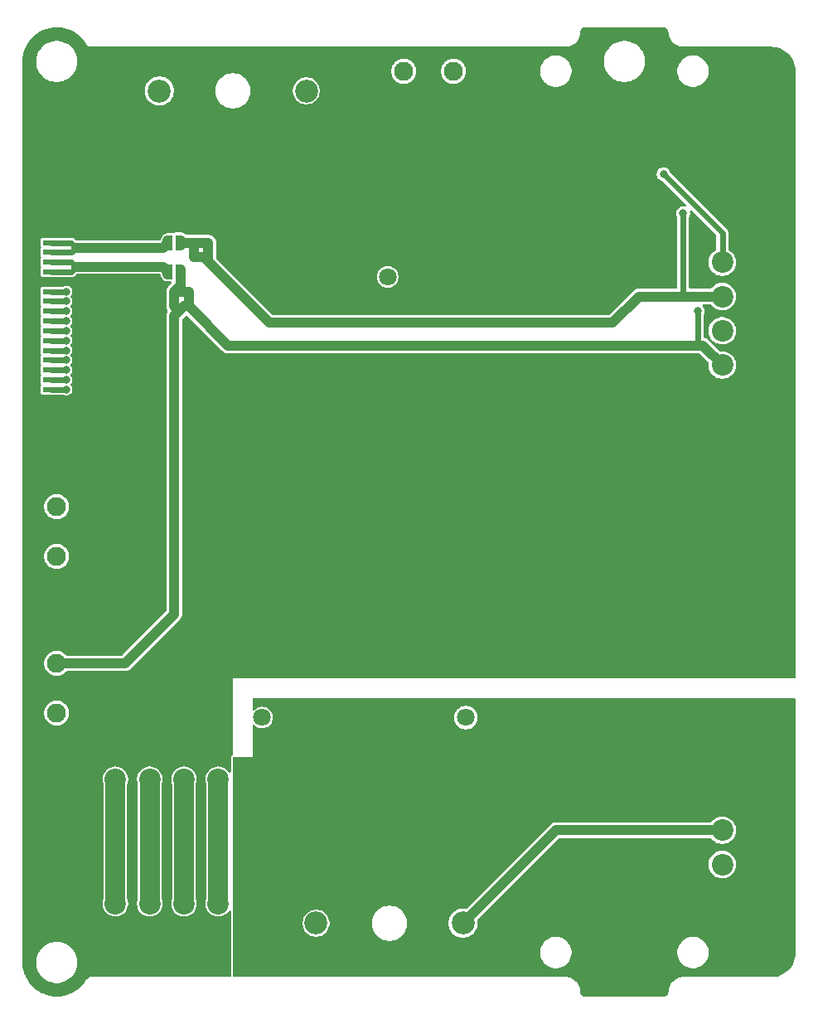
<source format=gbr>
%TF.GenerationSoftware,KiCad,Pcbnew,9.0.6*%
%TF.CreationDate,2025-11-22T20:55:52+03:00*%
%TF.ProjectId,PMPS-20W,504d5053-2d32-4305-972e-6b696361645f,rev?*%
%TF.SameCoordinates,Original*%
%TF.FileFunction,Copper,L2,Bot*%
%TF.FilePolarity,Positive*%
%FSLAX46Y46*%
G04 Gerber Fmt 4.6, Leading zero omitted, Abs format (unit mm)*
G04 Created by KiCad (PCBNEW 9.0.6) date 2025-11-22 20:55:52*
%MOMM*%
%LPD*%
G01*
G04 APERTURE LIST*
G04 Aperture macros list*
%AMFreePoly0*
4,1,23,0.500000,-0.750000,0.000000,-0.750000,0.000000,-0.745722,-0.065263,-0.745722,-0.191342,-0.711940,-0.304381,-0.646677,-0.396677,-0.554381,-0.461940,-0.441342,-0.495722,-0.315263,-0.495722,-0.250000,-0.500000,-0.250000,-0.500000,0.250000,-0.495722,0.250000,-0.495722,0.315263,-0.461940,0.441342,-0.396677,0.554381,-0.304381,0.646677,-0.191342,0.711940,-0.065263,0.745722,0.000000,0.745722,
0.000000,0.750000,0.500000,0.750000,0.500000,-0.750000,0.500000,-0.750000,$1*%
%AMFreePoly1*
4,1,23,0.000000,0.745722,0.065263,0.745722,0.191342,0.711940,0.304381,0.646677,0.396677,0.554381,0.461940,0.441342,0.495722,0.315263,0.495722,0.250000,0.500000,0.250000,0.500000,-0.250000,0.495722,-0.250000,0.495722,-0.315263,0.461940,-0.441342,0.396677,-0.554381,0.304381,-0.646677,0.191342,-0.711940,0.065263,-0.745722,0.000000,-0.745722,0.000000,-0.750000,-0.500000,-0.750000,
-0.500000,0.750000,0.000000,0.750000,0.000000,0.745722,0.000000,0.745722,$1*%
G04 Aperture macros list end*
%TA.AperFunction,ComponentPad*%
%ADD10C,1.950000*%
%TD*%
%TA.AperFunction,ComponentPad*%
%ADD11C,1.803400*%
%TD*%
%TA.AperFunction,ComponentPad*%
%ADD12C,2.200000*%
%TD*%
%TA.AperFunction,ComponentPad*%
%ADD13C,2.350000*%
%TD*%
%TA.AperFunction,ComponentPad*%
%ADD14O,6.350000X6.350000*%
%TD*%
%TA.AperFunction,SMDPad,CuDef*%
%ADD15FreePoly0,180.000000*%
%TD*%
%TA.AperFunction,SMDPad,CuDef*%
%ADD16FreePoly1,180.000000*%
%TD*%
%TA.AperFunction,SMDPad,CuDef*%
%ADD17R,1.800000X0.600000*%
%TD*%
%TA.AperFunction,SMDPad,CuDef*%
%ADD18R,3.000000X2.600000*%
%TD*%
%TA.AperFunction,ViaPad*%
%ADD19C,1.000000*%
%TD*%
%TA.AperFunction,ViaPad*%
%ADD20C,0.800000*%
%TD*%
%TA.AperFunction,Conductor*%
%ADD21C,1.000000*%
%TD*%
%TA.AperFunction,Conductor*%
%ADD22C,0.600000*%
%TD*%
%TA.AperFunction,Conductor*%
%ADD23C,2.000000*%
%TD*%
G04 APERTURE END LIST*
D10*
%TO.P,J3,1,VIN*%
%TO.N,+24V*%
X-36000000Y-20540000D03*
%TO.P,J3,2,GND*%
%TO.N,GND_MCU*%
X-36000000Y-18000000D03*
%TO.P,J3,3,+VO*%
%TO.N,+3V3*%
X-36000000Y-15460000D03*
%TD*%
D11*
%TO.P,U1,1,V-*%
%TO.N,GND_MCU*%
X5799999Y24000012D03*
%TO.P,U1,2,V+*%
%TO.N,Net-(U1-V+)*%
X-2200000Y24000012D03*
%TO.P,U1,3,AC/L*%
%TO.N,Net-(U1-AC{slash}L)*%
X-15000000Y-21000000D03*
%TO.P,U1,4,AC/N*%
%TO.N,N*%
X5799999Y-21000000D03*
%TD*%
D12*
%TO.P,J12,1,Pin_1*%
%TO.N,+24V_EB*%
X-30000000Y-40000000D03*
%TO.P,J12,2,Pin_2*%
%TO.N,GND_EB*%
X-26500000Y-40000000D03*
%TO.P,J12,3,Pin_3*%
%TO.N,/CANL_EB*%
X-23000000Y-40000000D03*
%TO.P,J12,4,Pin_4*%
%TO.N,/CANH_EB*%
X-19500000Y-40000000D03*
%TO.P,J12,5,Pin_5*%
%TO.N,PE*%
X-16000000Y-40000000D03*
%TO.P,J12,6,Pin_6*%
%TO.N,+24V_EB*%
X-30000000Y-27300000D03*
%TO.P,J12,7,Pin_7*%
%TO.N,GND_EB*%
X-26500000Y-27300000D03*
%TO.P,J12,8,Pin_8*%
%TO.N,/CANL_EB*%
X-23000000Y-27300000D03*
%TO.P,J12,9,Pin_9*%
%TO.N,/CANH_EB*%
X-19500000Y-27300000D03*
%TO.P,J12,10,Pin_10*%
%TO.N,PE*%
X-16000000Y-27250000D03*
%TD*%
%TO.P,J10,1,Pin_1*%
%TO.N,PE*%
X32000000Y-39500000D03*
%TO.P,J10,2,Pin_2*%
%TO.N,N*%
X32000000Y-36000000D03*
%TO.P,J10,3,Pin_3*%
%TO.N,230V*%
X32000000Y-32500000D03*
%TD*%
D13*
%TO.P,U4,1,1*%
%TO.N,230V*%
X5500000Y-42000000D03*
%TO.P,U4,2,2*%
%TO.N,Net-(U1-AC{slash}L)*%
X-9500000Y-42000000D03*
%TD*%
D10*
%TO.P,J2,1,VIN*%
%TO.N,+24V*%
X-540000Y45000000D03*
%TO.P,J2,2,GND*%
%TO.N,GND_MCU*%
X2000000Y45000000D03*
%TO.P,J2,3,+VO*%
%TO.N,+5V(2)*%
X4540000Y45000000D03*
%TD*%
D13*
%TO.P,U2,1,1*%
%TO.N,Net-(U1-V+)*%
X-10500000Y43000000D03*
%TO.P,U2,2,2*%
%TO.N,+24V*%
X-25500000Y43000000D03*
%TD*%
D14*
%TO.P,PE1,1*%
%TO.N,PE*%
X22000000Y-46000000D03*
%TD*%
D10*
%TO.P,J4,1,VIN*%
%TO.N,+24V*%
X-36000000Y-4540000D03*
%TO.P,J4,2,GND*%
%TO.N,GND_MCU*%
X-36000000Y-2000000D03*
%TO.P,J4,3,+VO*%
%TO.N,+5V*%
X-36000000Y540000D03*
%TD*%
D12*
%TO.P,J6,1,Pin_1*%
%TO.N,GND_MCU*%
X32000000Y11500000D03*
%TO.P,J6,2,Pin_2*%
%TO.N,+3V3*%
X32000000Y15000000D03*
%TO.P,J6,3,Pin_3*%
%TO.N,+5V(2)*%
X32000000Y18500000D03*
%TO.P,J6,4,Pin_4*%
%TO.N,+5V*%
X32000000Y22000000D03*
%TO.P,J6,5,Pin_5*%
%TO.N,+24V*%
X32000000Y25500000D03*
%TD*%
D15*
%TO.P,JP2,1,A*%
%TO.N,+5V*%
X-23350000Y27500000D03*
D16*
%TO.P,JP2,2,B*%
%TO.N,+5V-IB-back*%
X-24650000Y27500000D03*
%TD*%
D17*
%TO.P,JM2,1,Pin_1*%
%TO.N,GND_MCU*%
X-36546000Y29500000D03*
%TO.P,JM2,2,Pin_2*%
X-36546000Y28500000D03*
%TO.P,JM2,3,Pin_3*%
%TO.N,+5V-IB-back*%
X-36546000Y27500000D03*
%TO.P,JM2,4,Pin_4*%
X-36546000Y26500000D03*
%TO.P,JM2,5,Pin_5*%
%TO.N,+3V3-IB-back*%
X-36546000Y25500000D03*
%TO.P,JM2,6,Pin_6*%
X-36546000Y24500000D03*
%TO.P,JM2,7,Pin_7*%
%TO.N,GND_MCU*%
X-36546000Y23500000D03*
%TO.P,JM2,8,Pin_8*%
%TO.N,/MOSI_IB*%
X-36546000Y22500000D03*
%TO.P,JM2,9,Pin_9*%
%TO.N,/MISO_IB*%
X-36546000Y21500000D03*
%TO.P,JM2,10,Pin_10*%
%TO.N,/SCK_IB*%
X-36546000Y20500000D03*
%TO.P,JM2,11,Pin_11*%
%TO.N,/CS0_IB*%
X-36546000Y19500000D03*
%TO.P,JM2,12,Pin_11*%
%TO.N,/CS1_IB*%
X-36546000Y18500000D03*
%TO.P,JM2,13,Pin_11*%
%TO.N,/CS2_IB*%
X-36546000Y17500000D03*
%TO.P,JM2,14,Pin_11*%
%TO.N,/CS3_IB*%
X-36546000Y16500000D03*
%TO.P,JM2,15,Pin_11*%
%TO.N,/RST_IB*%
X-36546000Y15500000D03*
%TO.P,JM2,16,Pin_11*%
%TO.N,Net-(JM1-Pin_5)*%
X-36546000Y14500000D03*
%TO.P,JM2,17,Pin_11*%
%TO.N,/SDA_IB*%
X-36546000Y13500000D03*
%TO.P,JM2,18,Pin_11*%
%TO.N,/SCL_IB*%
X-36546000Y12500000D03*
%TO.P,JM2,19,Pin_11*%
%TO.N,GND_MCU*%
X-36546000Y11500000D03*
%TO.P,JM2,20,Pin_11*%
X-36546000Y10500000D03*
D18*
%TO.P,JM2,MP1,Pin_11*%
X-34375000Y31850000D03*
%TO.P,JM2,MP2,Pin_11*%
X-34375000Y8150000D03*
%TD*%
D15*
%TO.P,JP4,1,A*%
%TO.N,+3V3*%
X-23350000Y24500000D03*
D16*
%TO.P,JP4,2,B*%
%TO.N,+3V3-IB-back*%
X-24650000Y24500000D03*
%TD*%
D19*
%TO.N,+5V*%
X-22000000Y26000000D03*
X-22000000Y27500000D03*
D20*
X28000000Y30500000D03*
D19*
X-20500000Y26000000D03*
X-20500000Y27500000D03*
D20*
%TO.N,+24V*%
X26000000Y34499996D03*
D19*
%TO.N,+3V3*%
X-24000000Y22500000D03*
X-22500000Y22500000D03*
X-22500000Y21000000D03*
X-24000000Y21000000D03*
D20*
X29500000Y20500000D03*
%TO.N,/CS0_IB*%
X-35000000Y19500000D03*
%TO.N,/MOSI_IB*%
X-35000000Y22500000D03*
%TO.N,/SCK_IB*%
X-35000000Y20500000D03*
%TO.N,/CS1_IB*%
X-35000000Y18500000D03*
%TO.N,/MISO_IB*%
X-35000000Y21500000D03*
%TO.N,/CS3_IB*%
X-35000000Y16500000D03*
%TO.N,/CS2_IB*%
X-35000000Y17500000D03*
%TO.N,Net-(JM1-Pin_5)*%
X-35000000Y14500000D03*
%TO.N,/RST_IB*%
X-35000000Y15500000D03*
%TO.N,/SCL_IB*%
X-35000000Y12500000D03*
%TO.N,/SDA_IB*%
X-35000000Y13500000D03*
%TD*%
D21*
%TO.N,+5V*%
X31500000Y22000000D02*
X23500000Y22000000D01*
X23500000Y22000000D02*
X20801000Y19301000D01*
X-22000000Y27500000D02*
X-22000000Y26000000D01*
X20801000Y19301000D02*
X-14301000Y19301000D01*
X-20500000Y27500000D02*
X-23344000Y27500000D01*
D22*
X28000000Y22000000D02*
X28000000Y30500000D01*
D21*
X-14301000Y19301000D02*
X-21000000Y26000000D01*
X-22000000Y26000000D02*
X-21000000Y26000000D01*
X-21000000Y26000000D02*
X-20500000Y26000000D01*
X-20500000Y26000000D02*
X-20500000Y27500000D01*
%TO.N,230V*%
X15000000Y-32500000D02*
X32000000Y-32500000D01*
X5500000Y-42000000D02*
X15000000Y-32500000D01*
D22*
%TO.N,+24V*%
X26000000Y34499996D02*
X32000000Y28499996D01*
X32000000Y28499996D02*
X32000000Y25500000D01*
D21*
%TO.N,+3V3*%
X-23000000Y21000000D02*
X-23500000Y20500000D01*
X-24000000Y22500000D02*
X-24000000Y21000000D01*
X-24000000Y22500000D02*
X-23344000Y23156000D01*
X-22500000Y21000000D02*
X-23000000Y21000000D01*
X-23500000Y20500000D02*
X-24000000Y21000000D01*
X29500000Y17000000D02*
X-18500000Y17000000D01*
X-18500000Y17000000D02*
X-22500000Y21000000D01*
X-22500000Y22500000D02*
X-22500000Y21000000D01*
X-29000000Y-15460000D02*
X-24000000Y-10460000D01*
X-24000000Y-10460000D02*
X-24000000Y20000000D01*
X32000000Y15000000D02*
X30000000Y17000000D01*
X-23344000Y23156000D02*
X-23344000Y24500000D01*
D22*
X29500000Y20500000D02*
X29500000Y17000000D01*
D21*
X-24000000Y20000000D02*
X-23500000Y20500000D01*
X-36000000Y-15460000D02*
X-29000000Y-15460000D01*
X30000000Y17000000D02*
X29500000Y17000000D01*
X-24000000Y22500000D02*
X-22500000Y22500000D01*
D23*
%TO.N,GND_EB*%
X-26500000Y-27300000D02*
X-26500000Y-39500000D01*
%TO.N,/CANH_EB*%
X-19500000Y-27300000D02*
X-19500000Y-39500000D01*
%TO.N,+24V_EB*%
X-30000000Y-27300000D02*
X-30000000Y-39500000D01*
%TO.N,/CANL_EB*%
X-23000000Y-27300000D02*
X-23000000Y-39500000D01*
D22*
%TO.N,/CS0_IB*%
X-35000000Y19500000D02*
X-36546000Y19500000D01*
%TO.N,/MOSI_IB*%
X-35000000Y22500000D02*
X-36546000Y22500000D01*
%TO.N,/SCK_IB*%
X-35000000Y20500000D02*
X-36546000Y20500000D01*
%TO.N,/CS1_IB*%
X-35000000Y18500000D02*
X-36546000Y18500000D01*
%TO.N,/MISO_IB*%
X-35000000Y21500000D02*
X-36546000Y21500000D01*
%TO.N,/CS3_IB*%
X-35000000Y16500000D02*
X-36546000Y16500000D01*
%TO.N,/CS2_IB*%
X-35000000Y17500000D02*
X-36546000Y17500000D01*
%TO.N,Net-(JM1-Pin_5)*%
X-35000000Y14500000D02*
X-36546000Y14500000D01*
%TO.N,/RST_IB*%
X-35000000Y15500000D02*
X-36546000Y15500000D01*
%TO.N,+5V-IB-back*%
X-36546000Y27500000D02*
X-34500000Y27500000D01*
X-34500000Y26500000D02*
X-34000000Y27000000D01*
X-34500000Y27500000D02*
X-34000000Y27000000D01*
D21*
X-24756000Y27394000D02*
X-24756000Y27500000D01*
X-34000000Y27000000D02*
X-25150000Y27000000D01*
D22*
X-36546000Y26500000D02*
X-34500000Y26500000D01*
D21*
X-25150000Y27000000D02*
X-24756000Y27394000D01*
%TO.N,+3V3-IB-back*%
X-34000000Y25000000D02*
X-25150000Y25000000D01*
X-24756000Y24606000D02*
X-24756000Y24500000D01*
D22*
X-36546000Y25500000D02*
X-34500000Y25500000D01*
X-36546000Y24500000D02*
X-34500000Y24500000D01*
D21*
X-25150000Y25000000D02*
X-24756000Y24606000D01*
D22*
X-34500000Y24500000D02*
X-34000000Y25000000D01*
X-34500000Y25500000D02*
X-34000000Y25000000D01*
%TO.N,/SCL_IB*%
X-35000000Y12500000D02*
X-36546000Y12500000D01*
%TO.N,/SDA_IB*%
X-35000000Y13500000D02*
X-36546000Y13500000D01*
%TD*%
%TA.AperFunction,Conductor*%
%TO.N,PE*%
G36*
X39442539Y-19019685D02*
G01*
X39488294Y-19072489D01*
X39499500Y-19124000D01*
X39499500Y-44996249D01*
X39499274Y-45003736D01*
X39481728Y-45293794D01*
X39479923Y-45308659D01*
X39428219Y-45590798D01*
X39424635Y-45605336D01*
X39339306Y-45879167D01*
X39333997Y-45893168D01*
X39216275Y-46154736D01*
X39209316Y-46167995D01*
X39060928Y-46413459D01*
X39052422Y-46425782D01*
X38875526Y-46651573D01*
X38865596Y-46662781D01*
X38662781Y-46865596D01*
X38651573Y-46875526D01*
X38425782Y-47052422D01*
X38413459Y-47060928D01*
X38167995Y-47209316D01*
X38154736Y-47216275D01*
X37893168Y-47333997D01*
X37879167Y-47339306D01*
X37605336Y-47424635D01*
X37590798Y-47428219D01*
X37308659Y-47479923D01*
X37293794Y-47481728D01*
X37003736Y-47499274D01*
X36996249Y-47499500D01*
X27892682Y-47499500D01*
X27680235Y-47530044D01*
X27680225Y-47530047D01*
X27474284Y-47590517D01*
X27279061Y-47679672D01*
X27279048Y-47679679D01*
X27098485Y-47795720D01*
X26936275Y-47936275D01*
X26795720Y-48098485D01*
X26679679Y-48279048D01*
X26679672Y-48279061D01*
X26590517Y-48474284D01*
X26530047Y-48680225D01*
X26530044Y-48680235D01*
X26499500Y-48892682D01*
X26499500Y-48993038D01*
X26498720Y-49006922D01*
X26498720Y-49006923D01*
X26488540Y-49097264D01*
X26482362Y-49124333D01*
X26454648Y-49203537D01*
X26442600Y-49228555D01*
X26397957Y-49299604D01*
X26380644Y-49321313D01*
X26321313Y-49380644D01*
X26299604Y-49397957D01*
X26228555Y-49442600D01*
X26203537Y-49454648D01*
X26124333Y-49482362D01*
X26097264Y-49488540D01*
X26017075Y-49497576D01*
X26006921Y-49498720D01*
X25993038Y-49499500D01*
X18006962Y-49499500D01*
X17993078Y-49498720D01*
X17980553Y-49497308D01*
X17902735Y-49488540D01*
X17875666Y-49482362D01*
X17796462Y-49454648D01*
X17771444Y-49442600D01*
X17700395Y-49397957D01*
X17678686Y-49380644D01*
X17619355Y-49321313D01*
X17602042Y-49299604D01*
X17557399Y-49228555D01*
X17545351Y-49203537D01*
X17517637Y-49124333D01*
X17511459Y-49097263D01*
X17501280Y-49006922D01*
X17500500Y-48993038D01*
X17500500Y-48892683D01*
X17500500Y-48892682D01*
X17469954Y-48680231D01*
X17409484Y-48474290D01*
X17409483Y-48474288D01*
X17409482Y-48474284D01*
X17320327Y-48279061D01*
X17320320Y-48279048D01*
X17249102Y-48168231D01*
X17204281Y-48098487D01*
X17124227Y-48006100D01*
X17063724Y-47936275D01*
X16901514Y-47795720D01*
X16901513Y-47795719D01*
X16836991Y-47754253D01*
X16720951Y-47679679D01*
X16720938Y-47679672D01*
X16525715Y-47590517D01*
X16319774Y-47530047D01*
X16319764Y-47530044D01*
X16128754Y-47502582D01*
X16107318Y-47499500D01*
X16065892Y-47499500D01*
X-17876000Y-47499500D01*
X-17943039Y-47479815D01*
X-17988794Y-47427011D01*
X-18000000Y-47375500D01*
X-18000000Y-44874038D01*
X13399500Y-44874038D01*
X13399500Y-45125961D01*
X13438910Y-45374785D01*
X13516760Y-45614383D01*
X13631132Y-45838848D01*
X13779201Y-46042649D01*
X13779205Y-46042654D01*
X13957345Y-46220794D01*
X13957350Y-46220798D01*
X14135117Y-46349952D01*
X14161155Y-46368870D01*
X14304184Y-46441747D01*
X14385616Y-46483239D01*
X14385618Y-46483239D01*
X14385621Y-46483241D01*
X14625215Y-46561090D01*
X14874038Y-46600500D01*
X14874039Y-46600500D01*
X15125961Y-46600500D01*
X15125962Y-46600500D01*
X15374785Y-46561090D01*
X15614379Y-46483241D01*
X15838845Y-46368870D01*
X16042656Y-46220793D01*
X16220793Y-46042656D01*
X16368870Y-45838845D01*
X16483241Y-45614379D01*
X16561090Y-45374785D01*
X16600500Y-45125962D01*
X16600500Y-44874038D01*
X27399500Y-44874038D01*
X27399500Y-45125961D01*
X27438910Y-45374785D01*
X27516760Y-45614383D01*
X27631132Y-45838848D01*
X27779201Y-46042649D01*
X27779205Y-46042654D01*
X27957345Y-46220794D01*
X27957350Y-46220798D01*
X28135117Y-46349952D01*
X28161155Y-46368870D01*
X28304184Y-46441747D01*
X28385616Y-46483239D01*
X28385618Y-46483239D01*
X28385621Y-46483241D01*
X28625215Y-46561090D01*
X28874038Y-46600500D01*
X28874039Y-46600500D01*
X29125961Y-46600500D01*
X29125962Y-46600500D01*
X29374785Y-46561090D01*
X29614379Y-46483241D01*
X29838845Y-46368870D01*
X30042656Y-46220793D01*
X30220793Y-46042656D01*
X30368870Y-45838845D01*
X30483241Y-45614379D01*
X30561090Y-45374785D01*
X30600500Y-45125962D01*
X30600500Y-44874038D01*
X30561090Y-44625215D01*
X30483241Y-44385621D01*
X30483239Y-44385618D01*
X30483239Y-44385616D01*
X30441747Y-44304184D01*
X30368870Y-44161155D01*
X30349952Y-44135117D01*
X30220798Y-43957350D01*
X30220794Y-43957345D01*
X30042654Y-43779205D01*
X30042649Y-43779201D01*
X29838848Y-43631132D01*
X29838847Y-43631131D01*
X29838845Y-43631130D01*
X29768747Y-43595413D01*
X29614383Y-43516760D01*
X29374785Y-43438910D01*
X29125962Y-43399500D01*
X28874038Y-43399500D01*
X28749626Y-43419205D01*
X28625214Y-43438910D01*
X28385616Y-43516760D01*
X28161151Y-43631132D01*
X27957350Y-43779201D01*
X27957345Y-43779205D01*
X27779205Y-43957345D01*
X27779201Y-43957350D01*
X27631132Y-44161151D01*
X27516760Y-44385616D01*
X27438910Y-44625214D01*
X27399500Y-44874038D01*
X16600500Y-44874038D01*
X16561090Y-44625215D01*
X16483241Y-44385621D01*
X16483239Y-44385618D01*
X16483239Y-44385616D01*
X16441747Y-44304184D01*
X16368870Y-44161155D01*
X16349952Y-44135117D01*
X16220798Y-43957350D01*
X16220794Y-43957345D01*
X16042654Y-43779205D01*
X16042649Y-43779201D01*
X15838848Y-43631132D01*
X15838847Y-43631131D01*
X15838845Y-43631130D01*
X15768747Y-43595413D01*
X15614383Y-43516760D01*
X15374785Y-43438910D01*
X15125962Y-43399500D01*
X14874038Y-43399500D01*
X14749626Y-43419205D01*
X14625214Y-43438910D01*
X14385616Y-43516760D01*
X14161151Y-43631132D01*
X13957350Y-43779201D01*
X13957345Y-43779205D01*
X13779205Y-43957345D01*
X13779201Y-43957350D01*
X13631132Y-44161151D01*
X13516760Y-44385616D01*
X13438910Y-44625214D01*
X13399500Y-44874038D01*
X-18000000Y-44874038D01*
X-18000000Y-41891743D01*
X-10875500Y-41891743D01*
X-10875500Y-41891746D01*
X-10875500Y-42108254D01*
X-10873953Y-42118020D01*
X-10841630Y-42322098D01*
X-10774728Y-42528006D01*
X-10774727Y-42528009D01*
X-10748239Y-42579993D01*
X-10676433Y-42720919D01*
X-10549172Y-42896078D01*
X-10396078Y-43049172D01*
X-10220919Y-43176433D01*
X-10194873Y-43189704D01*
X-10028010Y-43274726D01*
X-10028007Y-43274727D01*
X-9925053Y-43308178D01*
X-9822097Y-43341630D01*
X-9608254Y-43375500D01*
X-9608253Y-43375500D01*
X-9391747Y-43375500D01*
X-9391746Y-43375500D01*
X-9177903Y-43341630D01*
X-8971991Y-43274726D01*
X-8779081Y-43176433D01*
X-8603922Y-43049172D01*
X-8450828Y-42896078D01*
X-8323567Y-42720919D01*
X-8225274Y-42528009D01*
X-8158370Y-42322097D01*
X-8124500Y-42108254D01*
X-8124500Y-41891746D01*
X-8126044Y-41881995D01*
X-3800500Y-41881995D01*
X-3800500Y-42118004D01*
X-3800499Y-42118020D01*
X-3769694Y-42352010D01*
X-3708606Y-42579993D01*
X-3618286Y-42798045D01*
X-3618281Y-42798056D01*
X-3561686Y-42896080D01*
X-3500273Y-43002450D01*
X-3500271Y-43002453D01*
X-3500270Y-43002454D01*
X-3356594Y-43189697D01*
X-3356588Y-43189704D01*
X-3189705Y-43356587D01*
X-3189698Y-43356593D01*
X-3175614Y-43367400D01*
X-3002450Y-43500273D01*
X-2871082Y-43576118D01*
X-2798057Y-43618280D01*
X-2798052Y-43618282D01*
X-2798049Y-43618284D01*
X-2579993Y-43708606D01*
X-2352014Y-43769693D01*
X-2118011Y-43800500D01*
X-2118004Y-43800500D01*
X-1881996Y-43800500D01*
X-1881989Y-43800500D01*
X-1647986Y-43769693D01*
X-1420007Y-43708606D01*
X-1201951Y-43618284D01*
X-997550Y-43500273D01*
X-810301Y-43356592D01*
X-643408Y-43189699D01*
X-499727Y-43002450D01*
X-381716Y-42798049D01*
X-291394Y-42579993D01*
X-230307Y-42352014D01*
X-199500Y-42118011D01*
X-199500Y-41883870D01*
X4024500Y-41883870D01*
X4024500Y-42116129D01*
X4060831Y-42345514D01*
X4132601Y-42566400D01*
X4233832Y-42765074D01*
X4238039Y-42773331D01*
X4374551Y-42961224D01*
X4538776Y-43125449D01*
X4726669Y-43261961D01*
X4751722Y-43274726D01*
X4933599Y-43367398D01*
X4933601Y-43367398D01*
X4933604Y-43367400D01*
X5154486Y-43439169D01*
X5272668Y-43457886D01*
X5383871Y-43475500D01*
X5383876Y-43475500D01*
X5616129Y-43475500D01*
X5717502Y-43459443D01*
X5845514Y-43439169D01*
X6066396Y-43367400D01*
X6273331Y-43261961D01*
X6461224Y-43125449D01*
X6625449Y-42961224D01*
X6761961Y-42773331D01*
X6867400Y-42566396D01*
X6939169Y-42345514D01*
X6975200Y-42118020D01*
X6975500Y-42116129D01*
X6975500Y-41883871D01*
X6957134Y-41767917D01*
X6954305Y-41750056D01*
X6963259Y-41680765D01*
X6989094Y-41642982D01*
X12742299Y-35889778D01*
X30599500Y-35889778D01*
X30599500Y-36110221D01*
X30633985Y-36327952D01*
X30702103Y-36537603D01*
X30702104Y-36537606D01*
X30802187Y-36734025D01*
X30931752Y-36912358D01*
X30931756Y-36912363D01*
X31087636Y-37068243D01*
X31087641Y-37068247D01*
X31243192Y-37181260D01*
X31265978Y-37197815D01*
X31394375Y-37263237D01*
X31462393Y-37297895D01*
X31462396Y-37297896D01*
X31567221Y-37331955D01*
X31672049Y-37366015D01*
X31889778Y-37400500D01*
X31889779Y-37400500D01*
X32110221Y-37400500D01*
X32110222Y-37400500D01*
X32327951Y-37366015D01*
X32537606Y-37297895D01*
X32734022Y-37197815D01*
X32912365Y-37068242D01*
X33068242Y-36912365D01*
X33197815Y-36734022D01*
X33297895Y-36537606D01*
X33366015Y-36327951D01*
X33400500Y-36110222D01*
X33400500Y-35889778D01*
X33366015Y-35672049D01*
X33297895Y-35462394D01*
X33297895Y-35462393D01*
X33263237Y-35394375D01*
X33197815Y-35265978D01*
X33181260Y-35243192D01*
X33068247Y-35087641D01*
X33068243Y-35087636D01*
X32912363Y-34931756D01*
X32912358Y-34931752D01*
X32734025Y-34802187D01*
X32734024Y-34802186D01*
X32734022Y-34802185D01*
X32671096Y-34770122D01*
X32537606Y-34702104D01*
X32537603Y-34702103D01*
X32327952Y-34633985D01*
X32219086Y-34616742D01*
X32110222Y-34599500D01*
X31889778Y-34599500D01*
X31817201Y-34610995D01*
X31672047Y-34633985D01*
X31462396Y-34702103D01*
X31462393Y-34702104D01*
X31265974Y-34802187D01*
X31087641Y-34931752D01*
X31087636Y-34931756D01*
X30931756Y-35087636D01*
X30931752Y-35087641D01*
X30802187Y-35265974D01*
X30702104Y-35462393D01*
X30702103Y-35462396D01*
X30633985Y-35672047D01*
X30599500Y-35889778D01*
X12742299Y-35889778D01*
X15295259Y-33336819D01*
X15356582Y-33303334D01*
X15382940Y-33300500D01*
X30787302Y-33300500D01*
X30854341Y-33320185D01*
X30887620Y-33351615D01*
X30931752Y-33412359D01*
X31087636Y-33568243D01*
X31087641Y-33568247D01*
X31243192Y-33681260D01*
X31265978Y-33697815D01*
X31394375Y-33763237D01*
X31462393Y-33797895D01*
X31462396Y-33797896D01*
X31567221Y-33831955D01*
X31672049Y-33866015D01*
X31889778Y-33900500D01*
X31889779Y-33900500D01*
X32110221Y-33900500D01*
X32110222Y-33900500D01*
X32327951Y-33866015D01*
X32537606Y-33797895D01*
X32734022Y-33697815D01*
X32912365Y-33568242D01*
X33068242Y-33412365D01*
X33197815Y-33234022D01*
X33297895Y-33037606D01*
X33366015Y-32827951D01*
X33400500Y-32610222D01*
X33400500Y-32389778D01*
X33366015Y-32172049D01*
X33297895Y-31962394D01*
X33297895Y-31962393D01*
X33255001Y-31878210D01*
X33197815Y-31765978D01*
X33143378Y-31691051D01*
X33068247Y-31587641D01*
X33068243Y-31587636D01*
X32912363Y-31431756D01*
X32912358Y-31431752D01*
X32734025Y-31302187D01*
X32734024Y-31302186D01*
X32734022Y-31302185D01*
X32671096Y-31270122D01*
X32537606Y-31202104D01*
X32537603Y-31202103D01*
X32327952Y-31133985D01*
X32219086Y-31116742D01*
X32110222Y-31099500D01*
X31889778Y-31099500D01*
X31817201Y-31110995D01*
X31672047Y-31133985D01*
X31462396Y-31202103D01*
X31462393Y-31202104D01*
X31265974Y-31302187D01*
X31087641Y-31431752D01*
X31087636Y-31431756D01*
X30931752Y-31587640D01*
X30887620Y-31648385D01*
X30832291Y-31691051D01*
X30787302Y-31699500D01*
X14921155Y-31699500D01*
X14766510Y-31730261D01*
X14766498Y-31730264D01*
X14620827Y-31790602D01*
X14620814Y-31790609D01*
X14489711Y-31878210D01*
X14489707Y-31878213D01*
X5857019Y-40510901D01*
X5795696Y-40544386D01*
X5749941Y-40545693D01*
X5616130Y-40524500D01*
X5616124Y-40524500D01*
X5383876Y-40524500D01*
X5383871Y-40524500D01*
X5154485Y-40560831D01*
X4933599Y-40632601D01*
X4726668Y-40738039D01*
X4538773Y-40874553D01*
X4374553Y-41038773D01*
X4238039Y-41226668D01*
X4132601Y-41433599D01*
X4060831Y-41654485D01*
X4024500Y-41883870D01*
X-199500Y-41883870D01*
X-199500Y-41881989D01*
X-230307Y-41647986D01*
X-291394Y-41420007D01*
X-381716Y-41201951D01*
X-381718Y-41201948D01*
X-381720Y-41201943D01*
X-438315Y-41103919D01*
X-499727Y-40997550D01*
X-615080Y-40847219D01*
X-643407Y-40810302D01*
X-643413Y-40810295D01*
X-810296Y-40643412D01*
X-810303Y-40643406D01*
X-997546Y-40499730D01*
X-997547Y-40499729D01*
X-997550Y-40499727D01*
X-1079043Y-40452677D01*
X-1201944Y-40381719D01*
X-1201955Y-40381714D01*
X-1420007Y-40291394D01*
X-1647990Y-40230306D01*
X-1881980Y-40199501D01*
X-1881983Y-40199500D01*
X-1881989Y-40199500D01*
X-2118011Y-40199500D01*
X-2118017Y-40199500D01*
X-2118021Y-40199501D01*
X-2352011Y-40230306D01*
X-2579994Y-40291394D01*
X-2798046Y-40381714D01*
X-2798057Y-40381719D01*
X-3002455Y-40499730D01*
X-3189698Y-40643406D01*
X-3189705Y-40643412D01*
X-3356588Y-40810295D01*
X-3356594Y-40810302D01*
X-3500270Y-40997545D01*
X-3618281Y-41201943D01*
X-3618286Y-41201954D01*
X-3708606Y-41420006D01*
X-3769694Y-41647989D01*
X-3800499Y-41881979D01*
X-3800500Y-41881995D01*
X-8126044Y-41881995D01*
X-8158370Y-41677903D01*
X-8225274Y-41471991D01*
X-8225274Y-41471990D01*
X-8275358Y-41373697D01*
X-8323567Y-41279081D01*
X-8450828Y-41103922D01*
X-8603922Y-40950828D01*
X-8779081Y-40823567D01*
X-8805117Y-40810301D01*
X-8971991Y-40725273D01*
X-8971994Y-40725272D01*
X-9177902Y-40658370D01*
X-9284825Y-40641435D01*
X-9391746Y-40624500D01*
X-9608254Y-40624500D01*
X-9659394Y-40632600D01*
X-9822099Y-40658370D01*
X-10028007Y-40725272D01*
X-10028010Y-40725273D01*
X-10220920Y-40823567D01*
X-10291092Y-40874551D01*
X-10396078Y-40950828D01*
X-10396080Y-40950830D01*
X-10396081Y-40950830D01*
X-10549170Y-41103919D01*
X-10549170Y-41103920D01*
X-10549172Y-41103922D01*
X-10603826Y-41179145D01*
X-10676433Y-41279080D01*
X-10774727Y-41471990D01*
X-10774728Y-41471993D01*
X-10841630Y-41677901D01*
X-10875500Y-41891743D01*
X-18000000Y-41891743D01*
X-18000000Y-25124000D01*
X-17980315Y-25056961D01*
X-17927511Y-25011206D01*
X-17876000Y-25000000D01*
X-16000000Y-25000000D01*
X-16000000Y-21858108D01*
X-15980315Y-21791069D01*
X-15927511Y-21745314D01*
X-15858353Y-21735370D01*
X-15794797Y-21764395D01*
X-15788319Y-21770427D01*
X-15718035Y-21840711D01*
X-15577679Y-21942686D01*
X-15501862Y-21981316D01*
X-15423099Y-22021449D01*
X-15423096Y-22021450D01*
X-15340599Y-22048254D01*
X-15258099Y-22075060D01*
X-15086745Y-22102200D01*
X-15086744Y-22102200D01*
X-14913256Y-22102200D01*
X-14913255Y-22102200D01*
X-14741901Y-22075060D01*
X-14576902Y-22021449D01*
X-14422321Y-21942686D01*
X-14281965Y-21840711D01*
X-14159289Y-21718035D01*
X-14057314Y-21577679D01*
X-13978551Y-21423098D01*
X-13924940Y-21258099D01*
X-13897800Y-21086745D01*
X-13897800Y-20913255D01*
X-13899046Y-20905385D01*
X4597799Y-20905385D01*
X4597799Y-21094614D01*
X4627402Y-21281517D01*
X4627402Y-21281520D01*
X4685875Y-21461481D01*
X4685877Y-21461484D01*
X4771786Y-21630090D01*
X4883013Y-21783180D01*
X5016819Y-21916986D01*
X5169909Y-22028213D01*
X5315117Y-22102200D01*
X5338517Y-22114123D01*
X5506378Y-22168664D01*
X5518483Y-22172597D01*
X5705384Y-22202200D01*
X5705385Y-22202200D01*
X5894613Y-22202200D01*
X5894614Y-22202200D01*
X6081515Y-22172597D01*
X6081518Y-22172596D01*
X6081519Y-22172596D01*
X6261480Y-22114123D01*
X6261480Y-22114122D01*
X6261483Y-22114122D01*
X6430089Y-22028213D01*
X6583179Y-21916986D01*
X6716985Y-21783180D01*
X6828212Y-21630090D01*
X6914121Y-21461484D01*
X6972596Y-21281516D01*
X7002199Y-21094615D01*
X7002199Y-20905385D01*
X6972596Y-20718484D01*
X6972595Y-20718480D01*
X6972595Y-20718479D01*
X6914122Y-20538518D01*
X6914121Y-20538516D01*
X6828212Y-20369910D01*
X6716985Y-20216820D01*
X6583179Y-20083014D01*
X6430089Y-19971787D01*
X6338147Y-19924940D01*
X6261480Y-19885876D01*
X6081517Y-19827403D01*
X5956914Y-19807667D01*
X5894614Y-19797800D01*
X5705384Y-19797800D01*
X5643083Y-19807667D01*
X5518481Y-19827403D01*
X5518478Y-19827403D01*
X5338517Y-19885876D01*
X5169908Y-19971787D01*
X5082564Y-20035246D01*
X5016819Y-20083014D01*
X5016817Y-20083016D01*
X5016816Y-20083016D01*
X4883015Y-20216817D01*
X4883015Y-20216818D01*
X4883013Y-20216820D01*
X4853040Y-20258074D01*
X4771786Y-20369909D01*
X4685875Y-20538518D01*
X4627402Y-20718479D01*
X4627402Y-20718482D01*
X4597799Y-20905385D01*
X-13899046Y-20905385D01*
X-13924940Y-20741901D01*
X-13978551Y-20576902D01*
X-13978551Y-20576901D01*
X-14057315Y-20422320D01*
X-14159289Y-20281965D01*
X-14281965Y-20159289D01*
X-14422321Y-20057314D01*
X-14576902Y-19978550D01*
X-14576905Y-19978549D01*
X-14741900Y-19924940D01*
X-14827578Y-19911370D01*
X-14913255Y-19897800D01*
X-15086745Y-19897800D01*
X-15143863Y-19906846D01*
X-15258101Y-19924940D01*
X-15423096Y-19978549D01*
X-15423099Y-19978550D01*
X-15577680Y-20057314D01*
X-15613052Y-20083014D01*
X-15718035Y-20159289D01*
X-15718037Y-20159291D01*
X-15718038Y-20159291D01*
X-15788319Y-20229573D01*
X-15849642Y-20263058D01*
X-15919334Y-20258074D01*
X-15975267Y-20216202D01*
X-15999684Y-20150738D01*
X-16000000Y-20141892D01*
X-16000000Y-19124000D01*
X-15980315Y-19056961D01*
X-15927511Y-19011206D01*
X-15876000Y-19000000D01*
X39375500Y-19000000D01*
X39442539Y-19019685D01*
G37*
%TD.AperFunction*%
%TD*%
%TA.AperFunction,Conductor*%
%TO.N,GND_MCU*%
G36*
X26006922Y49498720D02*
G01*
X26097266Y49488541D01*
X26124331Y49482364D01*
X26203540Y49454648D01*
X26228553Y49442602D01*
X26299606Y49397957D01*
X26321313Y49380645D01*
X26380644Y49321314D01*
X26397957Y49299605D01*
X26442600Y49228556D01*
X26454648Y49203538D01*
X26482362Y49124334D01*
X26488540Y49097265D01*
X26498720Y49006924D01*
X26499500Y48993039D01*
X26499500Y48892683D01*
X26530044Y48680236D01*
X26530047Y48680226D01*
X26590517Y48474285D01*
X26679672Y48279062D01*
X26679679Y48279049D01*
X26750898Y48168231D01*
X26794425Y48100500D01*
X26795720Y48098486D01*
X26936275Y47936276D01*
X27060277Y47828828D01*
X27098487Y47795719D01*
X27174388Y47746941D01*
X27279048Y47679680D01*
X27279061Y47679673D01*
X27474284Y47590518D01*
X27474288Y47590517D01*
X27474290Y47590516D01*
X27680231Y47530046D01*
X27680232Y47530046D01*
X27680235Y47530045D01*
X27743584Y47520938D01*
X27892682Y47499500D01*
X27934108Y47499500D01*
X36934108Y47499500D01*
X36996249Y47499500D01*
X37003736Y47499274D01*
X37293796Y47481729D01*
X37308659Y47479924D01*
X37590798Y47428220D01*
X37605335Y47424637D01*
X37879172Y47339305D01*
X37893163Y47334000D01*
X38154743Y47216273D01*
X38167989Y47209320D01*
X38413465Y47060925D01*
X38425776Y47052427D01*
X38580730Y46931029D01*
X38651573Y46875527D01*
X38662781Y46865597D01*
X38865596Y46662782D01*
X38875526Y46651574D01*
X39007406Y46483241D01*
X39052422Y46425783D01*
X39060926Y46413463D01*
X39177398Y46220795D01*
X39209316Y46167996D01*
X39216275Y46154737D01*
X39333997Y45893169D01*
X39339306Y45879168D01*
X39424635Y45605337D01*
X39428219Y45590799D01*
X39479923Y45308660D01*
X39481728Y45293795D01*
X39499274Y45003737D01*
X39499500Y44996250D01*
X39499500Y-16876000D01*
X39479815Y-16943039D01*
X39427011Y-16988794D01*
X39375500Y-17000000D01*
X-18000000Y-17000000D01*
X-18000000Y-24748386D01*
X-18019685Y-24815425D01*
X-18057499Y-24850276D01*
X-18056344Y-24851957D01*
X-18062083Y-24855898D01*
X-18114896Y-24901660D01*
X-18132840Y-24919242D01*
X-18132846Y-24919249D01*
X-18177489Y-24999059D01*
X-18177491Y-24999064D01*
X-18197174Y-25066096D01*
X-18205500Y-25124003D01*
X-18205500Y-26487550D01*
X-18225185Y-26554589D01*
X-18277989Y-26600344D01*
X-18347147Y-26610288D01*
X-18410703Y-26581263D01*
X-18429818Y-26560435D01*
X-18508029Y-26452787D01*
X-18508033Y-26452782D01*
X-18652787Y-26308028D01*
X-18818387Y-26187715D01*
X-18818388Y-26187714D01*
X-18818390Y-26187713D01*
X-18875347Y-26158691D01*
X-19000777Y-26094781D01*
X-19195466Y-26031522D01*
X-19370005Y-26003878D01*
X-19397648Y-25999500D01*
X-19602352Y-25999500D01*
X-19626671Y-26003351D01*
X-19804535Y-26031522D01*
X-19999224Y-26094781D01*
X-20181614Y-26187715D01*
X-20347214Y-26308028D01*
X-20491972Y-26452786D01*
X-20612285Y-26618386D01*
X-20705219Y-26800776D01*
X-20768478Y-26995465D01*
X-20800500Y-27197648D01*
X-20800500Y-27402351D01*
X-20768478Y-27604534D01*
X-20732414Y-27715526D01*
X-20706569Y-27795069D01*
X-20700500Y-27833384D01*
X-20700500Y-39466613D01*
X-20706569Y-39504931D01*
X-20768477Y-39695461D01*
X-20768477Y-39695464D01*
X-20800500Y-39897648D01*
X-20800500Y-40102351D01*
X-20768478Y-40304534D01*
X-20705219Y-40499223D01*
X-20612285Y-40681613D01*
X-20491972Y-40847213D01*
X-20347214Y-40991971D01*
X-20192251Y-41104556D01*
X-20181610Y-41112287D01*
X-20065393Y-41171503D01*
X-19999224Y-41205218D01*
X-19999222Y-41205218D01*
X-19999219Y-41205220D01*
X-19907793Y-41234926D01*
X-19804535Y-41268477D01*
X-19703443Y-41284488D01*
X-19602352Y-41300500D01*
X-19602351Y-41300500D01*
X-19397649Y-41300500D01*
X-19397648Y-41300500D01*
X-19195466Y-41268477D01*
X-19000781Y-41205220D01*
X-18999073Y-41204350D01*
X-18996173Y-41202872D01*
X-18818390Y-41112287D01*
X-18725410Y-41044732D01*
X-18652787Y-40991971D01*
X-18652785Y-40991968D01*
X-18652781Y-40991966D01*
X-18508034Y-40847219D01*
X-18429819Y-40739563D01*
X-18374489Y-40696898D01*
X-18304875Y-40690919D01*
X-18243080Y-40723524D01*
X-18208723Y-40784363D01*
X-18205500Y-40812449D01*
X-18205500Y-47375500D01*
X-18225185Y-47442539D01*
X-18277989Y-47488294D01*
X-18329500Y-47499500D01*
X-32601791Y-47499500D01*
X-32729087Y-47533608D01*
X-32843213Y-47599500D01*
X-32843216Y-47599502D01*
X-32936397Y-47692683D01*
X-32936399Y-47692686D01*
X-32967723Y-47746941D01*
X-32971115Y-47752475D01*
X-33165305Y-48051500D01*
X-33172934Y-48062001D01*
X-33395280Y-48336575D01*
X-33403965Y-48346220D01*
X-33653780Y-48596036D01*
X-33663425Y-48604721D01*
X-33937998Y-48827066D01*
X-33948499Y-48834695D01*
X-34244797Y-49027113D01*
X-34256037Y-49033603D01*
X-34570837Y-49194001D01*
X-34582694Y-49199280D01*
X-34912528Y-49325891D01*
X-34924872Y-49329902D01*
X-35266142Y-49421346D01*
X-35278839Y-49424044D01*
X-35627783Y-49479310D01*
X-35640690Y-49480667D01*
X-35993510Y-49499158D01*
X-36006490Y-49499158D01*
X-36359311Y-49480667D01*
X-36372218Y-49479310D01*
X-36721162Y-49424044D01*
X-36733859Y-49421346D01*
X-37075130Y-49329902D01*
X-37087474Y-49325891D01*
X-37417308Y-49199280D01*
X-37429165Y-49194001D01*
X-37559663Y-49127509D01*
X-37743971Y-49033599D01*
X-37755190Y-49027122D01*
X-38051508Y-48834691D01*
X-38062002Y-48827066D01*
X-38336576Y-48604721D01*
X-38346221Y-48596036D01*
X-38596037Y-48346220D01*
X-38604722Y-48336575D01*
X-38741044Y-48168231D01*
X-38827074Y-48061992D01*
X-38834689Y-48051511D01*
X-39027121Y-47755190D01*
X-39033597Y-47743976D01*
X-39194007Y-47429153D01*
X-39199276Y-47417317D01*
X-39325894Y-47087468D01*
X-39329903Y-47075129D01*
X-39345799Y-47015806D01*
X-39421349Y-46733852D01*
X-39424045Y-46721161D01*
X-39431098Y-46676632D01*
X-39473221Y-46410668D01*
X-39479311Y-46372217D01*
X-39480668Y-46359310D01*
X-39499330Y-46003222D01*
X-39499500Y-45996732D01*
X-39499500Y-45862332D01*
X-38100500Y-45862332D01*
X-38100500Y-46137667D01*
X-38100499Y-46137684D01*
X-38064562Y-46410655D01*
X-38064561Y-46410660D01*
X-38064560Y-46410666D01*
X-38064559Y-46410668D01*
X-37993296Y-46676630D01*
X-37887925Y-46931017D01*
X-37887920Y-46931028D01*
X-37808191Y-47069121D01*
X-37750249Y-47169479D01*
X-37750247Y-47169482D01*
X-37750246Y-47169483D01*
X-37582630Y-47387926D01*
X-37582624Y-47387933D01*
X-37387934Y-47582623D01*
X-37387927Y-47582629D01*
X-37259597Y-47681099D01*
X-37169479Y-47750249D01*
X-37057294Y-47815019D01*
X-36931029Y-47887919D01*
X-36931024Y-47887921D01*
X-36931021Y-47887923D01*
X-36676632Y-47993295D01*
X-36410666Y-48064560D01*
X-36137674Y-48100500D01*
X-36137667Y-48100500D01*
X-35862333Y-48100500D01*
X-35862326Y-48100500D01*
X-35589334Y-48064560D01*
X-35323368Y-47993295D01*
X-35068979Y-47887923D01*
X-34830521Y-47750249D01*
X-34612072Y-47582628D01*
X-34417372Y-47387928D01*
X-34249751Y-47169479D01*
X-34112077Y-46931021D01*
X-34006705Y-46676632D01*
X-33935440Y-46410666D01*
X-33899500Y-46137674D01*
X-33899500Y-45862326D01*
X-33935440Y-45589334D01*
X-34006705Y-45323368D01*
X-34112077Y-45068979D01*
X-34112079Y-45068976D01*
X-34112081Y-45068971D01*
X-34189945Y-44934108D01*
X-34249751Y-44830521D01*
X-34417372Y-44612072D01*
X-34417377Y-44612066D01*
X-34612067Y-44417376D01*
X-34612074Y-44417370D01*
X-34830517Y-44249754D01*
X-34830518Y-44249753D01*
X-34830521Y-44249751D01*
X-34925593Y-44194861D01*
X-35068972Y-44112080D01*
X-35068983Y-44112075D01*
X-35323370Y-44006704D01*
X-35456351Y-43971072D01*
X-35589334Y-43935440D01*
X-35589340Y-43935439D01*
X-35589345Y-43935438D01*
X-35862316Y-43899501D01*
X-35862321Y-43899500D01*
X-35862326Y-43899500D01*
X-36137674Y-43899500D01*
X-36137680Y-43899500D01*
X-36137685Y-43899501D01*
X-36410656Y-43935438D01*
X-36410663Y-43935439D01*
X-36410666Y-43935440D01*
X-36466875Y-43950500D01*
X-36676631Y-44006704D01*
X-36931018Y-44112075D01*
X-36931029Y-44112080D01*
X-37169484Y-44249754D01*
X-37387927Y-44417370D01*
X-37387934Y-44417376D01*
X-37582624Y-44612066D01*
X-37582630Y-44612073D01*
X-37750246Y-44830516D01*
X-37887920Y-45068971D01*
X-37887925Y-45068982D01*
X-37993296Y-45323369D01*
X-38064559Y-45589331D01*
X-38064562Y-45589344D01*
X-38100499Y-45862315D01*
X-38100500Y-45862332D01*
X-39499500Y-45862332D01*
X-39499500Y-27197648D01*
X-31300500Y-27197648D01*
X-31300500Y-27402351D01*
X-31268478Y-27604534D01*
X-31232414Y-27715526D01*
X-31206569Y-27795069D01*
X-31200500Y-27833384D01*
X-31200500Y-39466613D01*
X-31206569Y-39504931D01*
X-31268477Y-39695461D01*
X-31268477Y-39695464D01*
X-31300500Y-39897648D01*
X-31300500Y-40102351D01*
X-31268478Y-40304534D01*
X-31205219Y-40499223D01*
X-31112285Y-40681613D01*
X-30991972Y-40847213D01*
X-30847214Y-40991971D01*
X-30692251Y-41104556D01*
X-30681610Y-41112287D01*
X-30565393Y-41171503D01*
X-30499224Y-41205218D01*
X-30499222Y-41205218D01*
X-30499219Y-41205220D01*
X-30407793Y-41234926D01*
X-30304535Y-41268477D01*
X-30203443Y-41284488D01*
X-30102352Y-41300500D01*
X-30102351Y-41300500D01*
X-29897649Y-41300500D01*
X-29897648Y-41300500D01*
X-29695466Y-41268477D01*
X-29500781Y-41205220D01*
X-29499073Y-41204350D01*
X-29496173Y-41202872D01*
X-29318390Y-41112287D01*
X-29225410Y-41044732D01*
X-29152787Y-40991971D01*
X-29152785Y-40991968D01*
X-29152781Y-40991966D01*
X-29008034Y-40847219D01*
X-29008032Y-40847215D01*
X-29008029Y-40847213D01*
X-28929819Y-40739564D01*
X-28887713Y-40681610D01*
X-28794780Y-40499219D01*
X-28731523Y-40304534D01*
X-28699500Y-40102352D01*
X-28699500Y-39897648D01*
X-28731523Y-39695466D01*
X-28731524Y-39695462D01*
X-28731524Y-39695461D01*
X-28793431Y-39504931D01*
X-28799500Y-39466613D01*
X-28799500Y-27833384D01*
X-28793432Y-27795069D01*
X-28731523Y-27604534D01*
X-28699500Y-27402352D01*
X-28699500Y-27197648D01*
X-27800500Y-27197648D01*
X-27800500Y-27402351D01*
X-27768478Y-27604534D01*
X-27732414Y-27715526D01*
X-27706569Y-27795069D01*
X-27700500Y-27833384D01*
X-27700500Y-39466613D01*
X-27706569Y-39504931D01*
X-27768477Y-39695461D01*
X-27768477Y-39695464D01*
X-27800500Y-39897648D01*
X-27800500Y-40102351D01*
X-27768478Y-40304534D01*
X-27705219Y-40499223D01*
X-27612285Y-40681613D01*
X-27491972Y-40847213D01*
X-27347214Y-40991971D01*
X-27192251Y-41104556D01*
X-27181610Y-41112287D01*
X-27065393Y-41171503D01*
X-26999224Y-41205218D01*
X-26999222Y-41205218D01*
X-26999219Y-41205220D01*
X-26907793Y-41234926D01*
X-26804535Y-41268477D01*
X-26703443Y-41284488D01*
X-26602352Y-41300500D01*
X-26602351Y-41300500D01*
X-26397649Y-41300500D01*
X-26397648Y-41300500D01*
X-26195466Y-41268477D01*
X-26000781Y-41205220D01*
X-25999073Y-41204350D01*
X-25996173Y-41202872D01*
X-25818390Y-41112287D01*
X-25725410Y-41044732D01*
X-25652787Y-40991971D01*
X-25652785Y-40991968D01*
X-25652781Y-40991966D01*
X-25508034Y-40847219D01*
X-25508032Y-40847215D01*
X-25508029Y-40847213D01*
X-25429819Y-40739564D01*
X-25387713Y-40681610D01*
X-25294780Y-40499219D01*
X-25231523Y-40304534D01*
X-25199500Y-40102352D01*
X-25199500Y-39897648D01*
X-25231523Y-39695466D01*
X-25231524Y-39695462D01*
X-25231524Y-39695461D01*
X-25293431Y-39504931D01*
X-25299500Y-39466613D01*
X-25299500Y-27833384D01*
X-25293432Y-27795069D01*
X-25231523Y-27604534D01*
X-25199500Y-27402352D01*
X-25199500Y-27197648D01*
X-24300500Y-27197648D01*
X-24300500Y-27402351D01*
X-24268478Y-27604534D01*
X-24232414Y-27715526D01*
X-24206569Y-27795069D01*
X-24200500Y-27833384D01*
X-24200500Y-39466613D01*
X-24206569Y-39504931D01*
X-24268477Y-39695461D01*
X-24268477Y-39695464D01*
X-24300500Y-39897648D01*
X-24300500Y-40102351D01*
X-24268478Y-40304534D01*
X-24205219Y-40499223D01*
X-24112285Y-40681613D01*
X-23991972Y-40847213D01*
X-23847214Y-40991971D01*
X-23692251Y-41104556D01*
X-23681610Y-41112287D01*
X-23565393Y-41171503D01*
X-23499224Y-41205218D01*
X-23499222Y-41205218D01*
X-23499219Y-41205220D01*
X-23407793Y-41234926D01*
X-23304535Y-41268477D01*
X-23203443Y-41284488D01*
X-23102352Y-41300500D01*
X-23102351Y-41300500D01*
X-22897649Y-41300500D01*
X-22897648Y-41300500D01*
X-22695466Y-41268477D01*
X-22500781Y-41205220D01*
X-22499073Y-41204350D01*
X-22496173Y-41202872D01*
X-22318390Y-41112287D01*
X-22225410Y-41044732D01*
X-22152787Y-40991971D01*
X-22152785Y-40991968D01*
X-22152781Y-40991966D01*
X-22008034Y-40847219D01*
X-22008032Y-40847215D01*
X-22008029Y-40847213D01*
X-21929819Y-40739564D01*
X-21887713Y-40681610D01*
X-21794780Y-40499219D01*
X-21731523Y-40304534D01*
X-21699500Y-40102352D01*
X-21699500Y-39897648D01*
X-21731523Y-39695466D01*
X-21731524Y-39695462D01*
X-21731524Y-39695461D01*
X-21793431Y-39504931D01*
X-21799500Y-39466613D01*
X-21799500Y-27833384D01*
X-21793432Y-27795069D01*
X-21731523Y-27604534D01*
X-21699500Y-27402352D01*
X-21699500Y-27197648D01*
X-21731523Y-26995466D01*
X-21794780Y-26800781D01*
X-21794782Y-26800778D01*
X-21794782Y-26800776D01*
X-21828497Y-26734607D01*
X-21887713Y-26618390D01*
X-21929819Y-26560435D01*
X-22008029Y-26452786D01*
X-22152787Y-26308028D01*
X-22318387Y-26187715D01*
X-22318388Y-26187714D01*
X-22318390Y-26187713D01*
X-22375347Y-26158691D01*
X-22500777Y-26094781D01*
X-22695466Y-26031522D01*
X-22870005Y-26003878D01*
X-22897648Y-25999500D01*
X-23102352Y-25999500D01*
X-23126671Y-26003351D01*
X-23304535Y-26031522D01*
X-23499224Y-26094781D01*
X-23681614Y-26187715D01*
X-23847214Y-26308028D01*
X-23991972Y-26452786D01*
X-24112285Y-26618386D01*
X-24205219Y-26800776D01*
X-24268478Y-26995465D01*
X-24300500Y-27197648D01*
X-25199500Y-27197648D01*
X-25231523Y-26995466D01*
X-25294780Y-26800781D01*
X-25294782Y-26800778D01*
X-25294782Y-26800776D01*
X-25328497Y-26734607D01*
X-25387713Y-26618390D01*
X-25429819Y-26560435D01*
X-25508029Y-26452786D01*
X-25652787Y-26308028D01*
X-25818387Y-26187715D01*
X-25818388Y-26187714D01*
X-25818390Y-26187713D01*
X-25875347Y-26158691D01*
X-26000777Y-26094781D01*
X-26195466Y-26031522D01*
X-26370005Y-26003878D01*
X-26397648Y-25999500D01*
X-26602352Y-25999500D01*
X-26626671Y-26003351D01*
X-26804535Y-26031522D01*
X-26999224Y-26094781D01*
X-27181614Y-26187715D01*
X-27347214Y-26308028D01*
X-27491972Y-26452786D01*
X-27612285Y-26618386D01*
X-27705219Y-26800776D01*
X-27768478Y-26995465D01*
X-27800500Y-27197648D01*
X-28699500Y-27197648D01*
X-28731523Y-26995466D01*
X-28794780Y-26800781D01*
X-28794782Y-26800778D01*
X-28794782Y-26800776D01*
X-28828497Y-26734607D01*
X-28887713Y-26618390D01*
X-28929819Y-26560435D01*
X-29008029Y-26452786D01*
X-29152787Y-26308028D01*
X-29318387Y-26187715D01*
X-29318388Y-26187714D01*
X-29318390Y-26187713D01*
X-29375347Y-26158691D01*
X-29500777Y-26094781D01*
X-29695466Y-26031522D01*
X-29870005Y-26003878D01*
X-29897648Y-25999500D01*
X-30102352Y-25999500D01*
X-30126671Y-26003351D01*
X-30304535Y-26031522D01*
X-30499224Y-26094781D01*
X-30681614Y-26187715D01*
X-30847214Y-26308028D01*
X-30991972Y-26452786D01*
X-31112285Y-26618386D01*
X-31205219Y-26800776D01*
X-31268478Y-26995465D01*
X-31300500Y-27197648D01*
X-39499500Y-27197648D01*
X-39499500Y-20439616D01*
X-37275500Y-20439616D01*
X-37275500Y-20640383D01*
X-37244093Y-20838680D01*
X-37182051Y-21029626D01*
X-37090905Y-21208508D01*
X-36972897Y-21370932D01*
X-36830932Y-21512897D01*
X-36668508Y-21630905D01*
X-36624449Y-21653354D01*
X-36489627Y-21722050D01*
X-36489625Y-21722050D01*
X-36489622Y-21722052D01*
X-36298680Y-21784093D01*
X-36100384Y-21815500D01*
X-36100383Y-21815500D01*
X-35899617Y-21815500D01*
X-35899616Y-21815500D01*
X-35701320Y-21784093D01*
X-35510378Y-21722052D01*
X-35331492Y-21630905D01*
X-35169068Y-21512897D01*
X-35027103Y-21370932D01*
X-34909095Y-21208508D01*
X-34817948Y-21029622D01*
X-34755907Y-20838680D01*
X-34724500Y-20640384D01*
X-34724500Y-20439616D01*
X-34755907Y-20241320D01*
X-34817948Y-20050378D01*
X-34817950Y-20050375D01*
X-34817950Y-20050373D01*
X-34909096Y-19871491D01*
X-35027103Y-19709068D01*
X-35169068Y-19567103D01*
X-35331492Y-19449095D01*
X-35510374Y-19357949D01*
X-35701320Y-19295907D01*
X-35899616Y-19264500D01*
X-36100384Y-19264500D01*
X-36199532Y-19280203D01*
X-36298681Y-19295907D01*
X-36489627Y-19357949D01*
X-36668509Y-19449095D01*
X-36761178Y-19516423D01*
X-36830932Y-19567103D01*
X-36830934Y-19567105D01*
X-36830935Y-19567105D01*
X-36972895Y-19709065D01*
X-36972895Y-19709066D01*
X-36972897Y-19709068D01*
X-37023577Y-19778822D01*
X-37090905Y-19871491D01*
X-37182051Y-20050373D01*
X-37244093Y-20241319D01*
X-37275500Y-20439616D01*
X-39499500Y-20439616D01*
X-39499500Y-4439616D01*
X-37275500Y-4439616D01*
X-37275500Y-4640383D01*
X-37244093Y-4838680D01*
X-37182051Y-5029626D01*
X-37090905Y-5208508D01*
X-36972897Y-5370932D01*
X-36830932Y-5512897D01*
X-36668508Y-5630905D01*
X-36583993Y-5673967D01*
X-36489627Y-5722050D01*
X-36489625Y-5722050D01*
X-36489622Y-5722052D01*
X-36298680Y-5784093D01*
X-36100384Y-5815500D01*
X-36100383Y-5815500D01*
X-35899617Y-5815500D01*
X-35899616Y-5815500D01*
X-35701320Y-5784093D01*
X-35510378Y-5722052D01*
X-35331492Y-5630905D01*
X-35169068Y-5512897D01*
X-35027103Y-5370932D01*
X-34909095Y-5208508D01*
X-34817948Y-5029622D01*
X-34755907Y-4838680D01*
X-34724500Y-4640384D01*
X-34724500Y-4439616D01*
X-34755907Y-4241320D01*
X-34817948Y-4050378D01*
X-34817950Y-4050375D01*
X-34817950Y-4050373D01*
X-34909096Y-3871491D01*
X-35027103Y-3709068D01*
X-35169068Y-3567103D01*
X-35331492Y-3449095D01*
X-35510374Y-3357949D01*
X-35701320Y-3295907D01*
X-35899616Y-3264500D01*
X-36100384Y-3264500D01*
X-36199532Y-3280203D01*
X-36298681Y-3295907D01*
X-36489627Y-3357949D01*
X-36668509Y-3449095D01*
X-36761178Y-3516423D01*
X-36830932Y-3567103D01*
X-36830934Y-3567105D01*
X-36830935Y-3567105D01*
X-36972895Y-3709065D01*
X-36972895Y-3709066D01*
X-36972897Y-3709068D01*
X-37023577Y-3778822D01*
X-37090905Y-3871491D01*
X-37182051Y-4050373D01*
X-37244093Y-4241319D01*
X-37275500Y-4439616D01*
X-39499500Y-4439616D01*
X-39499500Y640384D01*
X-37275500Y640384D01*
X-37275500Y439617D01*
X-37244093Y241320D01*
X-37182051Y50374D01*
X-37090905Y-128508D01*
X-36972897Y-290932D01*
X-36830932Y-432897D01*
X-36668508Y-550905D01*
X-36583993Y-593967D01*
X-36489627Y-642050D01*
X-36489625Y-642050D01*
X-36489622Y-642052D01*
X-36298680Y-704093D01*
X-36100384Y-735500D01*
X-36100383Y-735500D01*
X-35899617Y-735500D01*
X-35899616Y-735500D01*
X-35701320Y-704093D01*
X-35510378Y-642052D01*
X-35331492Y-550905D01*
X-35169068Y-432897D01*
X-35027103Y-290932D01*
X-34909095Y-128508D01*
X-34817948Y50378D01*
X-34755907Y241320D01*
X-34724500Y439616D01*
X-34724500Y640384D01*
X-34755907Y838680D01*
X-34817948Y1029622D01*
X-34817950Y1029625D01*
X-34817950Y1029627D01*
X-34909096Y1208509D01*
X-35027103Y1370932D01*
X-35169068Y1512897D01*
X-35331492Y1630905D01*
X-35510374Y1722051D01*
X-35701320Y1784093D01*
X-35899616Y1815500D01*
X-36100384Y1815500D01*
X-36199532Y1799797D01*
X-36298681Y1784093D01*
X-36489627Y1722051D01*
X-36668509Y1630905D01*
X-36761178Y1563577D01*
X-36830932Y1512897D01*
X-36830934Y1512895D01*
X-36830935Y1512895D01*
X-36972895Y1370935D01*
X-36972895Y1370934D01*
X-36972897Y1370932D01*
X-37023577Y1301178D01*
X-37090905Y1208509D01*
X-37182051Y1029627D01*
X-37244093Y838681D01*
X-37275500Y640384D01*
X-39499500Y640384D01*
X-39499500Y22819753D01*
X-37646500Y22819753D01*
X-37646500Y22180248D01*
X-37634869Y22121771D01*
X-37634868Y22121770D01*
X-37599535Y22068891D01*
X-37578657Y22002214D01*
X-37597141Y21934834D01*
X-37599535Y21931109D01*
X-37634868Y21878231D01*
X-37634869Y21878230D01*
X-37646500Y21819753D01*
X-37646500Y21180248D01*
X-37634869Y21121771D01*
X-37634868Y21121770D01*
X-37599535Y21068891D01*
X-37578657Y21002214D01*
X-37597141Y20934834D01*
X-37599535Y20931109D01*
X-37634868Y20878231D01*
X-37634869Y20878230D01*
X-37646500Y20819753D01*
X-37646500Y20180248D01*
X-37634869Y20121771D01*
X-37634868Y20121770D01*
X-37599535Y20068891D01*
X-37578657Y20002214D01*
X-37597141Y19934834D01*
X-37599535Y19931109D01*
X-37634868Y19878231D01*
X-37634869Y19878230D01*
X-37646500Y19819753D01*
X-37646500Y19180248D01*
X-37634869Y19121771D01*
X-37634868Y19121770D01*
X-37599535Y19068891D01*
X-37578657Y19002214D01*
X-37597141Y18934834D01*
X-37599535Y18931109D01*
X-37634868Y18878231D01*
X-37634869Y18878230D01*
X-37646500Y18819753D01*
X-37646500Y18180248D01*
X-37634869Y18121771D01*
X-37634868Y18121770D01*
X-37599535Y18068891D01*
X-37578657Y18002214D01*
X-37597141Y17934834D01*
X-37599535Y17931109D01*
X-37634868Y17878231D01*
X-37634869Y17878230D01*
X-37646500Y17819753D01*
X-37646500Y17180248D01*
X-37634869Y17121771D01*
X-37634868Y17121770D01*
X-37599535Y17068891D01*
X-37578657Y17002214D01*
X-37597141Y16934834D01*
X-37599535Y16931109D01*
X-37634868Y16878231D01*
X-37634869Y16878230D01*
X-37646500Y16819753D01*
X-37646500Y16180248D01*
X-37634869Y16121771D01*
X-37634868Y16121770D01*
X-37599535Y16068891D01*
X-37578657Y16002214D01*
X-37597141Y15934834D01*
X-37599535Y15931109D01*
X-37634868Y15878231D01*
X-37634869Y15878230D01*
X-37646500Y15819753D01*
X-37646500Y15180248D01*
X-37634869Y15121771D01*
X-37634868Y15121770D01*
X-37599535Y15068891D01*
X-37578657Y15002214D01*
X-37597141Y14934834D01*
X-37599535Y14931109D01*
X-37634868Y14878231D01*
X-37634869Y14878230D01*
X-37646500Y14819753D01*
X-37646500Y14180248D01*
X-37634869Y14121771D01*
X-37634868Y14121770D01*
X-37599535Y14068891D01*
X-37578657Y14002214D01*
X-37597141Y13934834D01*
X-37599535Y13931109D01*
X-37634868Y13878231D01*
X-37634869Y13878230D01*
X-37646500Y13819753D01*
X-37646500Y13180248D01*
X-37634869Y13121771D01*
X-37634868Y13121770D01*
X-37599535Y13068891D01*
X-37578657Y13002214D01*
X-37597141Y12934834D01*
X-37599535Y12931109D01*
X-37634868Y12878231D01*
X-37634869Y12878230D01*
X-37646500Y12819753D01*
X-37646500Y12180248D01*
X-37634869Y12121771D01*
X-37634868Y12121770D01*
X-37590553Y12055448D01*
X-37524231Y12011133D01*
X-37524230Y12011132D01*
X-37465753Y11999501D01*
X-37465750Y11999500D01*
X-37465748Y11999500D01*
X-36611892Y11999500D01*
X-35367334Y11999500D01*
X-35305335Y11982888D01*
X-35231784Y11940423D01*
X-35079057Y11899500D01*
X-35079055Y11899500D01*
X-34920945Y11899500D01*
X-34920943Y11899500D01*
X-34768216Y11940423D01*
X-34631284Y12019480D01*
X-34519480Y12131284D01*
X-34440423Y12268216D01*
X-34399500Y12420943D01*
X-34399500Y12579057D01*
X-34440423Y12731784D01*
X-34440427Y12731791D01*
X-34519476Y12868710D01*
X-34519482Y12868718D01*
X-34563083Y12912319D01*
X-34596568Y12973642D01*
X-34591584Y13043334D01*
X-34563083Y13087681D01*
X-34519480Y13131284D01*
X-34440423Y13268216D01*
X-34399500Y13420943D01*
X-34399500Y13579057D01*
X-34440423Y13731784D01*
X-34440427Y13731791D01*
X-34519476Y13868710D01*
X-34519482Y13868718D01*
X-34563083Y13912319D01*
X-34596568Y13973642D01*
X-34591584Y14043334D01*
X-34563083Y14087681D01*
X-34519480Y14131284D01*
X-34440423Y14268216D01*
X-34399500Y14420943D01*
X-34399500Y14579057D01*
X-34440423Y14731784D01*
X-34440427Y14731791D01*
X-34519476Y14868710D01*
X-34519482Y14868718D01*
X-34563083Y14912319D01*
X-34596568Y14973642D01*
X-34591584Y15043334D01*
X-34563083Y15087681D01*
X-34519480Y15131284D01*
X-34440423Y15268216D01*
X-34399500Y15420943D01*
X-34399500Y15579057D01*
X-34440423Y15731784D01*
X-34441717Y15734026D01*
X-34519476Y15868710D01*
X-34519482Y15868718D01*
X-34563083Y15912319D01*
X-34596568Y15973642D01*
X-34591584Y16043334D01*
X-34563083Y16087681D01*
X-34519480Y16131284D01*
X-34440423Y16268216D01*
X-34399500Y16420943D01*
X-34399500Y16579057D01*
X-34440423Y16731784D01*
X-34440427Y16731791D01*
X-34519476Y16868710D01*
X-34519482Y16868718D01*
X-34563083Y16912319D01*
X-34596568Y16973642D01*
X-34591584Y17043334D01*
X-34563083Y17087681D01*
X-34551264Y17099500D01*
X-34519480Y17131284D01*
X-34440423Y17268216D01*
X-34399500Y17420943D01*
X-34399500Y17579057D01*
X-34440423Y17731784D01*
X-34462336Y17769739D01*
X-34519476Y17868710D01*
X-34519482Y17868718D01*
X-34563083Y17912319D01*
X-34596568Y17973642D01*
X-34591584Y18043334D01*
X-34563083Y18087681D01*
X-34519480Y18131284D01*
X-34440423Y18268216D01*
X-34399500Y18420943D01*
X-34399500Y18579057D01*
X-34440423Y18731784D01*
X-34440427Y18731791D01*
X-34519476Y18868710D01*
X-34519482Y18868718D01*
X-34563083Y18912319D01*
X-34596568Y18973642D01*
X-34591584Y19043334D01*
X-34563083Y19087681D01*
X-34519480Y19131284D01*
X-34440423Y19268216D01*
X-34399500Y19420943D01*
X-34399500Y19579057D01*
X-34440423Y19731784D01*
X-34478593Y19797897D01*
X-34519476Y19868710D01*
X-34519482Y19868718D01*
X-34563083Y19912319D01*
X-34596568Y19973642D01*
X-34591584Y20043334D01*
X-34563083Y20087681D01*
X-34546430Y20104334D01*
X-34519480Y20131284D01*
X-34440423Y20268216D01*
X-34399500Y20420943D01*
X-34399500Y20579057D01*
X-34440423Y20731784D01*
X-34440427Y20731791D01*
X-34519476Y20868710D01*
X-34519482Y20868718D01*
X-34563083Y20912319D01*
X-34596568Y20973642D01*
X-34591584Y21043334D01*
X-34563083Y21087681D01*
X-34519480Y21131284D01*
X-34440423Y21268216D01*
X-34399500Y21420943D01*
X-34399500Y21579057D01*
X-34440423Y21731784D01*
X-34440427Y21731791D01*
X-34519476Y21868710D01*
X-34519482Y21868718D01*
X-34563083Y21912319D01*
X-34596568Y21973642D01*
X-34591584Y22043334D01*
X-34563083Y22087681D01*
X-34519480Y22131284D01*
X-34440423Y22268216D01*
X-34399500Y22420943D01*
X-34399500Y22579057D01*
X-34440423Y22731784D01*
X-34452131Y22752063D01*
X-34519476Y22868710D01*
X-34519482Y22868718D01*
X-34631283Y22980519D01*
X-34631291Y22980525D01*
X-34768210Y23059574D01*
X-34768214Y23059576D01*
X-34768216Y23059577D01*
X-34920943Y23100500D01*
X-35079057Y23100500D01*
X-35231784Y23059577D01*
X-35231787Y23059576D01*
X-35305334Y23017113D01*
X-35367334Y23000500D01*
X-37465753Y23000500D01*
X-37524230Y22988869D01*
X-37524231Y22988868D01*
X-37590553Y22944553D01*
X-37634868Y22878231D01*
X-37634869Y22878230D01*
X-37646500Y22819753D01*
X-39499500Y22819753D01*
X-39499500Y27819753D01*
X-37646500Y27819753D01*
X-37646500Y27180248D01*
X-37634869Y27121771D01*
X-37634868Y27121770D01*
X-37599535Y27068891D01*
X-37578657Y27002214D01*
X-37597141Y26934834D01*
X-37599535Y26931109D01*
X-37634868Y26878231D01*
X-37634869Y26878230D01*
X-37646500Y26819753D01*
X-37646500Y26180248D01*
X-37634869Y26121771D01*
X-37634868Y26121770D01*
X-37599535Y26068891D01*
X-37578657Y26002214D01*
X-37597141Y25934834D01*
X-37599535Y25931109D01*
X-37634868Y25878231D01*
X-37634869Y25878230D01*
X-37646500Y25819753D01*
X-37646500Y25180248D01*
X-37634869Y25121771D01*
X-37634868Y25121770D01*
X-37599535Y25068891D01*
X-37578657Y25002214D01*
X-37597141Y24934834D01*
X-37599535Y24931109D01*
X-37634868Y24878231D01*
X-37634869Y24878230D01*
X-37646500Y24819753D01*
X-37646500Y24180248D01*
X-37634869Y24121771D01*
X-37634868Y24121770D01*
X-37590553Y24055448D01*
X-37524231Y24011133D01*
X-37524230Y24011132D01*
X-37465753Y23999501D01*
X-37465750Y23999500D01*
X-37465748Y23999500D01*
X-34434110Y23999500D01*
X-34434108Y23999500D01*
X-34306814Y24033608D01*
X-34192686Y24099500D01*
X-34029005Y24263181D01*
X-33967682Y24296666D01*
X-33941324Y24299500D01*
X-25514020Y24299500D01*
X-25499361Y24295196D01*
X-25484097Y24295835D01*
X-25466520Y24285553D01*
X-25446981Y24279815D01*
X-25436063Y24267735D01*
X-25423789Y24260555D01*
X-25409219Y24238036D01*
X-25403481Y24231688D01*
X-25401300Y24227396D01*
X-25376775Y24168189D01*
X-25353490Y24133340D01*
X-25350147Y24126764D01*
X-25348968Y24120452D01*
X-25340912Y24102672D01*
X-25314422Y24003817D01*
X-25314421Y24003815D01*
X-25293899Y23954269D01*
X-25293892Y23954255D01*
X-25228066Y23840241D01*
X-25195410Y23797684D01*
X-25195409Y23797683D01*
X-25102317Y23704591D01*
X-25059757Y23671933D01*
X-24945743Y23606107D01*
X-24945738Y23606105D01*
X-24945732Y23606102D01*
X-24896189Y23585581D01*
X-24896187Y23585581D01*
X-24896181Y23585578D01*
X-24769014Y23551503D01*
X-24715826Y23544500D01*
X-24715820Y23544500D01*
X-24386940Y23544500D01*
X-24319901Y23524815D01*
X-24274146Y23472011D01*
X-24264202Y23402853D01*
X-24293227Y23339297D01*
X-24299259Y23332819D01*
X-24510289Y23121789D01*
X-24563830Y23068248D01*
X-24621791Y23010288D01*
X-24709391Y22879186D01*
X-24709398Y22879173D01*
X-24769736Y22733502D01*
X-24769739Y22733490D01*
X-24800500Y22578847D01*
X-24800500Y20921154D01*
X-24769739Y20766511D01*
X-24769736Y20766499D01*
X-24709398Y20620828D01*
X-24709391Y20620815D01*
X-24674696Y20568891D01*
X-24653818Y20502214D01*
X-24672302Y20434833D01*
X-24674696Y20431109D01*
X-24709391Y20379186D01*
X-24709398Y20379173D01*
X-24769736Y20233502D01*
X-24769739Y20233490D01*
X-24800500Y20078847D01*
X-24800500Y-10077060D01*
X-24820185Y-10144099D01*
X-24836819Y-10164741D01*
X-29295259Y-14623181D01*
X-29356582Y-14656666D01*
X-29382940Y-14659500D01*
X-34945309Y-14659500D01*
X-35012348Y-14639815D01*
X-35032990Y-14623181D01*
X-35169066Y-14487105D01*
X-35169068Y-14487103D01*
X-35331492Y-14369095D01*
X-35510374Y-14277949D01*
X-35701320Y-14215907D01*
X-35899616Y-14184500D01*
X-36100384Y-14184500D01*
X-36199532Y-14200203D01*
X-36298681Y-14215907D01*
X-36489627Y-14277949D01*
X-36668509Y-14369095D01*
X-36761178Y-14436423D01*
X-36830932Y-14487103D01*
X-36830934Y-14487105D01*
X-36830935Y-14487105D01*
X-36972895Y-14629065D01*
X-36972895Y-14629066D01*
X-36972897Y-14629068D01*
X-36980705Y-14639815D01*
X-37090905Y-14791491D01*
X-37182051Y-14970373D01*
X-37244093Y-15161319D01*
X-37275500Y-15359616D01*
X-37275500Y-15560383D01*
X-37244093Y-15758680D01*
X-37182051Y-15949626D01*
X-37114711Y-16081786D01*
X-37090905Y-16128508D01*
X-36972897Y-16290932D01*
X-36830932Y-16432897D01*
X-36668508Y-16550905D01*
X-36583993Y-16593967D01*
X-36489627Y-16642050D01*
X-36489625Y-16642050D01*
X-36489622Y-16642052D01*
X-36298680Y-16704093D01*
X-36100384Y-16735500D01*
X-36100383Y-16735500D01*
X-35899617Y-16735500D01*
X-35899616Y-16735500D01*
X-35701320Y-16704093D01*
X-35510378Y-16642052D01*
X-35331492Y-16550905D01*
X-35169068Y-16432897D01*
X-35032990Y-16296819D01*
X-34971667Y-16263334D01*
X-34945309Y-16260500D01*
X-28921156Y-16260500D01*
X-28921155Y-16260499D01*
X-28766503Y-16229737D01*
X-28620821Y-16169394D01*
X-28489711Y-16081789D01*
X-23378211Y-10970289D01*
X-23290606Y-10839179D01*
X-23230263Y-10693497D01*
X-23199500Y-10538842D01*
X-23199500Y-10381157D01*
X-23199500Y19617060D01*
X-23179815Y19684099D01*
X-23163181Y19704741D01*
X-22837681Y20030241D01*
X-22776358Y20063726D01*
X-22706666Y20058742D01*
X-22662319Y20030241D01*
X-19121789Y16489711D01*
X-19055624Y16423546D01*
X-19010288Y16378210D01*
X-18879186Y16290610D01*
X-18879173Y16290603D01*
X-18733502Y16230265D01*
X-18733497Y16230263D01*
X-18733493Y16230263D01*
X-18733492Y16230262D01*
X-18578846Y16199500D01*
X-18578843Y16199500D01*
X-18578842Y16199500D01*
X29421158Y16199500D01*
X29617060Y16199500D01*
X29684099Y16179815D01*
X29704741Y16163181D01*
X30576454Y15291468D01*
X30609939Y15230145D01*
X30611246Y15184389D01*
X30599500Y15110228D01*
X30599500Y14889779D01*
X30633985Y14672048D01*
X30702103Y14462397D01*
X30702104Y14462394D01*
X30770122Y14328904D01*
X30801044Y14268217D01*
X30802187Y14265975D01*
X30931752Y14087642D01*
X30931756Y14087637D01*
X31087636Y13931757D01*
X31087641Y13931753D01*
X31241798Y13819753D01*
X31265978Y13802185D01*
X31394375Y13736763D01*
X31462393Y13702105D01*
X31462396Y13702104D01*
X31567221Y13668045D01*
X31672049Y13633985D01*
X31889778Y13599500D01*
X31889779Y13599500D01*
X32110221Y13599500D01*
X32110222Y13599500D01*
X32327951Y13633985D01*
X32537606Y13702105D01*
X32734022Y13802185D01*
X32912365Y13931758D01*
X33068242Y14087635D01*
X33197815Y14265978D01*
X33297895Y14462394D01*
X33366015Y14672049D01*
X33400500Y14889778D01*
X33400500Y15110222D01*
X33366015Y15327951D01*
X33297895Y15537606D01*
X33297895Y15537607D01*
X33263237Y15605625D01*
X33197815Y15734022D01*
X33099955Y15868716D01*
X33068247Y15912359D01*
X33068243Y15912364D01*
X32912363Y16068244D01*
X32912358Y16068248D01*
X32734025Y16197813D01*
X32734024Y16197814D01*
X32734022Y16197815D01*
X32670336Y16230265D01*
X32537606Y16297896D01*
X32537603Y16297897D01*
X32327952Y16366015D01*
X32184383Y16388754D01*
X32110222Y16400500D01*
X31889778Y16400500D01*
X31889773Y16400500D01*
X31815611Y16388754D01*
X31746317Y16397709D01*
X31708532Y16423546D01*
X30510292Y17621787D01*
X30510288Y17621790D01*
X30379185Y17709391D01*
X30379172Y17709398D01*
X30233501Y17769736D01*
X30233489Y17769739D01*
X30200309Y17776339D01*
X30138398Y17808724D01*
X30103824Y17869439D01*
X30100500Y17897956D01*
X30100500Y18610222D01*
X30599500Y18610222D01*
X30599500Y18389779D01*
X30633985Y18172048D01*
X30702103Y17962397D01*
X30702104Y17962394D01*
X30766089Y17836819D01*
X30800270Y17769736D01*
X30802187Y17765975D01*
X30931752Y17587642D01*
X30931756Y17587637D01*
X31087636Y17431757D01*
X31087641Y17431753D01*
X31243192Y17318740D01*
X31265978Y17302185D01*
X31394375Y17236763D01*
X31462393Y17202105D01*
X31462396Y17202104D01*
X31529664Y17180248D01*
X31672049Y17133985D01*
X31889778Y17099500D01*
X31889779Y17099500D01*
X32110221Y17099500D01*
X32110222Y17099500D01*
X32327951Y17133985D01*
X32537606Y17202105D01*
X32734022Y17302185D01*
X32912365Y17431758D01*
X33068242Y17587635D01*
X33197815Y17765978D01*
X33297895Y17962394D01*
X33366015Y18172049D01*
X33400500Y18389778D01*
X33400500Y18610222D01*
X33366015Y18827951D01*
X33310114Y19000000D01*
X33297896Y19037604D01*
X33297895Y19037607D01*
X33255010Y19121771D01*
X33197815Y19234022D01*
X33172971Y19268217D01*
X33068247Y19412359D01*
X33068243Y19412364D01*
X32912363Y19568244D01*
X32912358Y19568248D01*
X32734025Y19697813D01*
X32734024Y19697814D01*
X32734022Y19697815D01*
X32667341Y19731791D01*
X32537606Y19797896D01*
X32537603Y19797897D01*
X32327952Y19866015D01*
X32219086Y19883258D01*
X32110222Y19900500D01*
X31889778Y19900500D01*
X31817201Y19889005D01*
X31672047Y19866015D01*
X31462396Y19797897D01*
X31462393Y19797896D01*
X31265974Y19697813D01*
X31087641Y19568248D01*
X31087636Y19568244D01*
X30931756Y19412364D01*
X30931752Y19412359D01*
X30802187Y19234026D01*
X30702104Y19037607D01*
X30702103Y19037604D01*
X30633985Y18827953D01*
X30599500Y18610222D01*
X30100500Y18610222D01*
X30100500Y20100231D01*
X30118746Y20162373D01*
X30117906Y20162822D01*
X30120064Y20166860D01*
X30120185Y20167270D01*
X30120721Y20168090D01*
X30120771Y20168184D01*
X30120775Y20168189D01*
X30173580Y20295672D01*
X30198498Y20420943D01*
X30200500Y20431005D01*
X30200500Y20568996D01*
X30173581Y20704323D01*
X30173580Y20704324D01*
X30173580Y20704328D01*
X30173578Y20704333D01*
X30120778Y20831805D01*
X30120771Y20831818D01*
X30044114Y20946542D01*
X30044111Y20946546D01*
X30002838Y20987819D01*
X29969353Y21049142D01*
X29974337Y21118834D01*
X30016209Y21174767D01*
X30081673Y21199184D01*
X30090519Y21199500D01*
X30787302Y21199500D01*
X30854341Y21179815D01*
X30887620Y21148385D01*
X30931752Y21087641D01*
X31087636Y20931757D01*
X31087641Y20931753D01*
X31225191Y20831818D01*
X31265978Y20802185D01*
X31394375Y20736763D01*
X31462393Y20702105D01*
X31462396Y20702104D01*
X31567221Y20668045D01*
X31672049Y20633985D01*
X31889778Y20599500D01*
X31889779Y20599500D01*
X32110221Y20599500D01*
X32110222Y20599500D01*
X32327951Y20633985D01*
X32537606Y20702105D01*
X32734022Y20802185D01*
X32912365Y20931758D01*
X33068242Y21087635D01*
X33197815Y21265978D01*
X33297895Y21462394D01*
X33366015Y21672049D01*
X33400500Y21889778D01*
X33400500Y22110222D01*
X33366015Y22327951D01*
X33297895Y22537606D01*
X33297895Y22537607D01*
X33255000Y22621791D01*
X33197815Y22734022D01*
X33135528Y22819753D01*
X33068247Y22912359D01*
X33068243Y22912364D01*
X32912363Y23068244D01*
X32912358Y23068248D01*
X32734025Y23197813D01*
X32734024Y23197814D01*
X32734022Y23197815D01*
X32671096Y23229878D01*
X32537606Y23297896D01*
X32537603Y23297897D01*
X32327952Y23366015D01*
X32219086Y23383258D01*
X32110222Y23400500D01*
X31889778Y23400500D01*
X31817201Y23389005D01*
X31672047Y23366015D01*
X31462396Y23297897D01*
X31462393Y23297896D01*
X31265974Y23197813D01*
X31087641Y23068248D01*
X31087636Y23068244D01*
X30931752Y22912360D01*
X30887620Y22851615D01*
X30832291Y22808949D01*
X30787302Y22800500D01*
X28724500Y22800500D01*
X28657461Y22820185D01*
X28611706Y22872989D01*
X28600500Y22924500D01*
X28600500Y30100231D01*
X28618746Y30162373D01*
X28617906Y30162822D01*
X28620064Y30166860D01*
X28620185Y30167270D01*
X28620721Y30168090D01*
X28620771Y30168184D01*
X28620775Y30168189D01*
X28673580Y30295672D01*
X28700500Y30431007D01*
X28700500Y30568993D01*
X28700500Y30568996D01*
X28685578Y30644012D01*
X28691805Y30713604D01*
X28734668Y30768781D01*
X28800558Y30792026D01*
X28868555Y30775958D01*
X28894876Y30755885D01*
X31363181Y28287580D01*
X31396666Y28226257D01*
X31399500Y28199899D01*
X31399500Y26841836D01*
X31379815Y26774797D01*
X31331796Y26731352D01*
X31265976Y26697815D01*
X31087641Y26568248D01*
X31087636Y26568244D01*
X30931756Y26412364D01*
X30931752Y26412359D01*
X30802187Y26234026D01*
X30702104Y26037607D01*
X30702103Y26037604D01*
X30633985Y25827953D01*
X30616916Y25720185D01*
X30599500Y25610222D01*
X30599500Y25389778D01*
X30601332Y25378211D01*
X30633985Y25172048D01*
X30702103Y24962397D01*
X30702104Y24962394D01*
X30802187Y24765975D01*
X30931752Y24587642D01*
X30931756Y24587637D01*
X31087636Y24431757D01*
X31087641Y24431753D01*
X31243192Y24318740D01*
X31265978Y24302185D01*
X31391876Y24238036D01*
X31462393Y24202105D01*
X31462396Y24202104D01*
X31529664Y24180248D01*
X31672049Y24133985D01*
X31889778Y24099500D01*
X31889779Y24099500D01*
X32110221Y24099500D01*
X32110222Y24099500D01*
X32327951Y24133985D01*
X32537606Y24202105D01*
X32734022Y24302185D01*
X32912365Y24431758D01*
X33068242Y24587635D01*
X33197815Y24765978D01*
X33297895Y24962394D01*
X33366015Y25172049D01*
X33400500Y25389778D01*
X33400500Y25610222D01*
X33366015Y25827951D01*
X33321153Y25966024D01*
X33297896Y26037604D01*
X33297895Y26037607D01*
X33255010Y26121771D01*
X33197815Y26234022D01*
X33130685Y26326419D01*
X33068247Y26412359D01*
X33068243Y26412364D01*
X32912363Y26568244D01*
X32912358Y26568248D01*
X32734023Y26697815D01*
X32668204Y26731352D01*
X32617409Y26779326D01*
X32600500Y26841836D01*
X32600500Y28579051D01*
X32600500Y28579053D01*
X32559577Y28731780D01*
X32559573Y28731787D01*
X32480524Y28868706D01*
X32480521Y28868710D01*
X32480520Y28868712D01*
X32368716Y28980516D01*
X32368715Y28980517D01*
X32364385Y28984847D01*
X32364374Y28984857D01*
X26707297Y34641934D01*
X26676263Y34698769D01*
X26675349Y34698491D01*
X26674017Y34702882D01*
X26673812Y34703257D01*
X26673612Y34704217D01*
X26673581Y34704319D01*
X26673580Y34704324D01*
X26652458Y34755318D01*
X26620778Y34831801D01*
X26620771Y34831814D01*
X26544114Y34946538D01*
X26544111Y34946542D01*
X26446545Y35044108D01*
X26446541Y35044111D01*
X26331817Y35120768D01*
X26331804Y35120775D01*
X26204332Y35173575D01*
X26204322Y35173578D01*
X26068995Y35200496D01*
X26068993Y35200496D01*
X25931007Y35200496D01*
X25931005Y35200496D01*
X25795677Y35173578D01*
X25795667Y35173575D01*
X25668195Y35120775D01*
X25668182Y35120768D01*
X25553458Y35044111D01*
X25553454Y35044108D01*
X25455888Y34946542D01*
X25455885Y34946538D01*
X25379228Y34831814D01*
X25379221Y34831801D01*
X25326421Y34704329D01*
X25326418Y34704319D01*
X25299500Y34568992D01*
X25299500Y34568989D01*
X25299500Y34431003D01*
X25299500Y34431001D01*
X25299499Y34431001D01*
X25326418Y34295674D01*
X25326421Y34295664D01*
X25379221Y34168192D01*
X25379228Y34168179D01*
X25455885Y34053455D01*
X25455888Y34053451D01*
X25553454Y33955885D01*
X25553458Y33955882D01*
X25668182Y33879225D01*
X25668195Y33879218D01*
X25744678Y33847538D01*
X25795672Y33826416D01*
X25795679Y33826415D01*
X25801505Y33824647D01*
X25801075Y33823231D01*
X25856474Y33794259D01*
X25858062Y33792699D01*
X28255884Y31394877D01*
X28289369Y31333554D01*
X28284385Y31263862D01*
X28242513Y31207929D01*
X28177049Y31183512D01*
X28144013Y31185578D01*
X28068993Y31200500D01*
X27931007Y31200500D01*
X27931005Y31200500D01*
X27795677Y31173582D01*
X27795667Y31173579D01*
X27668195Y31120779D01*
X27668182Y31120772D01*
X27553458Y31044115D01*
X27553454Y31044112D01*
X27455888Y30946546D01*
X27455885Y30946542D01*
X27379228Y30831818D01*
X27379221Y30831805D01*
X27326421Y30704333D01*
X27326418Y30704323D01*
X27299500Y30568996D01*
X27299500Y30568993D01*
X27299500Y30431007D01*
X27299500Y30431005D01*
X27299499Y30431005D01*
X27326418Y30295678D01*
X27326421Y30295668D01*
X27379222Y30168194D01*
X27382094Y30162822D01*
X27380792Y30162126D01*
X27399480Y30102446D01*
X27399500Y30100231D01*
X27399500Y22924500D01*
X27379815Y22857461D01*
X27327011Y22811706D01*
X27275500Y22800500D01*
X23421154Y22800500D01*
X23266509Y22769739D01*
X23266497Y22769736D01*
X23223832Y22752064D01*
X23223833Y22752063D01*
X23120823Y22709396D01*
X23120814Y22709391D01*
X22989712Y22621791D01*
X22989710Y22621788D01*
X20505741Y20137819D01*
X20444418Y20104334D01*
X20418060Y20101500D01*
X-13918060Y20101500D01*
X-13985099Y20121185D01*
X-14005741Y20137819D01*
X-17954679Y24086757D01*
X-3302200Y24086757D01*
X-3302200Y23913268D01*
X-3275060Y23741912D01*
X-3221451Y23576917D01*
X-3221450Y23576914D01*
X-3143790Y23424500D01*
X-3142686Y23422333D01*
X-3040711Y23281977D01*
X-2918035Y23159301D01*
X-2777679Y23057326D01*
X-2701862Y23018696D01*
X-2623099Y22978563D01*
X-2623096Y22978562D01*
X-2540599Y22951758D01*
X-2458099Y22924952D01*
X-2286745Y22897812D01*
X-2286744Y22897812D01*
X-2113256Y22897812D01*
X-2113255Y22897812D01*
X-1941901Y22924952D01*
X-1776902Y22978563D01*
X-1622321Y23057326D01*
X-1481965Y23159301D01*
X-1359289Y23281977D01*
X-1257314Y23422333D01*
X-1178551Y23576914D01*
X-1124940Y23741913D01*
X-1097800Y23913267D01*
X-1097800Y24086757D01*
X-1124940Y24258111D01*
X-1178551Y24423110D01*
X-1178551Y24423111D01*
X-1257315Y24577692D01*
X-1359289Y24718047D01*
X-1481965Y24840723D01*
X-1622321Y24942698D01*
X-1625960Y24944552D01*
X-1776902Y25021462D01*
X-1776905Y25021463D01*
X-1941900Y25075072D01*
X-2027578Y25088642D01*
X-2113255Y25102212D01*
X-2286745Y25102212D01*
X-2327538Y25095751D01*
X-2458101Y25075072D01*
X-2623096Y25021463D01*
X-2623099Y25021462D01*
X-2777680Y24942698D01*
X-2843471Y24894897D01*
X-2918035Y24840723D01*
X-2918037Y24840721D01*
X-2918038Y24840721D01*
X-3040709Y24718050D01*
X-3040709Y24718049D01*
X-3040711Y24718047D01*
X-3084505Y24657771D01*
X-3142686Y24577692D01*
X-3221450Y24423111D01*
X-3221451Y24423108D01*
X-3275060Y24258113D01*
X-3302200Y24086757D01*
X-17954679Y24086757D01*
X-19667496Y25799574D01*
X-19700981Y25860897D01*
X-19701431Y25911451D01*
X-19699500Y25921158D01*
X-19699500Y27578842D01*
X-19699500Y27578845D01*
X-19699501Y27578847D01*
X-19730263Y27733497D01*
X-19765991Y27819753D01*
X-19790603Y27879173D01*
X-19790610Y27879186D01*
X-19878211Y28010289D01*
X-19878214Y28010293D01*
X-19989708Y28121787D01*
X-19989712Y28121790D01*
X-20120815Y28209391D01*
X-20120828Y28209398D01*
X-20266499Y28269736D01*
X-20266511Y28269739D01*
X-20421155Y28300500D01*
X-20421158Y28300500D01*
X-22709989Y28300500D01*
X-22777028Y28320185D01*
X-22797670Y28336819D01*
X-22826963Y28366112D01*
X-22826972Y28366120D01*
X-22890233Y28414663D01*
X-22890251Y28414675D01*
X-23004250Y28480493D01*
X-23004266Y28480501D01*
X-23077933Y28511014D01*
X-23077935Y28511015D01*
X-23077936Y28511015D01*
X-23205103Y28545090D01*
X-23205104Y28545091D01*
X-23205107Y28545091D01*
X-23284167Y28555500D01*
X-23284174Y28555500D01*
X-23850000Y28555500D01*
X-23852870Y28555368D01*
X-23878184Y28554198D01*
X-23878193Y28554196D01*
X-23986170Y28523474D01*
X-23986178Y28523470D01*
X-24047263Y28477341D01*
X-24112624Y28452650D01*
X-24143056Y28454918D01*
X-24143078Y28454720D01*
X-24148295Y28455308D01*
X-24149574Y28455403D01*
X-24149997Y28455500D01*
X-24150000Y28455500D01*
X-24715826Y28455500D01*
X-24715833Y28455500D01*
X-24769008Y28448498D01*
X-24769014Y28448497D01*
X-24896189Y28414420D01*
X-24945732Y28393899D01*
X-24945746Y28393892D01*
X-25059760Y28328066D01*
X-25102317Y28295410D01*
X-25195410Y28202317D01*
X-25228066Y28159760D01*
X-25293892Y28045746D01*
X-25293899Y28045732D01*
X-25314421Y27996186D01*
X-25314423Y27996181D01*
X-25340910Y27897333D01*
X-25350145Y27873240D01*
X-25353488Y27866664D01*
X-25376775Y27831811D01*
X-25401301Y27772602D01*
X-25403481Y27768312D01*
X-25424278Y27746250D01*
X-25443300Y27722644D01*
X-25448005Y27721079D01*
X-25451406Y27717470D01*
X-25480825Y27710155D01*
X-25509594Y27700579D01*
X-25514020Y27700500D01*
X-33941324Y27700500D01*
X-34008363Y27720185D01*
X-34029005Y27736819D01*
X-34192684Y27900498D01*
X-34192686Y27900500D01*
X-34268988Y27944553D01*
X-34306813Y27966392D01*
X-34390693Y27988867D01*
X-34434108Y28000500D01*
X-35626252Y28000500D01*
X-37465748Y28000500D01*
X-37465753Y28000500D01*
X-37524230Y27988869D01*
X-37524231Y27988868D01*
X-37590553Y27944553D01*
X-37634868Y27878231D01*
X-37634869Y27878230D01*
X-37646500Y27819753D01*
X-39499500Y27819753D01*
X-39499500Y43116130D01*
X-26975500Y43116130D01*
X-26975500Y42883871D01*
X-26939169Y42654486D01*
X-26867399Y42433600D01*
X-26766168Y42234926D01*
X-26761961Y42226669D01*
X-26625449Y42038776D01*
X-26461224Y41874551D01*
X-26273331Y41738039D01*
X-26248278Y41725274D01*
X-26066401Y41632602D01*
X-26066399Y41632602D01*
X-26066396Y41632600D01*
X-25845514Y41560831D01*
X-25727332Y41542114D01*
X-25616129Y41524500D01*
X-25616124Y41524500D01*
X-25383871Y41524500D01*
X-25282498Y41540557D01*
X-25154486Y41560831D01*
X-24933604Y41632600D01*
X-24726669Y41738039D01*
X-24538776Y41874551D01*
X-24374551Y42038776D01*
X-24238039Y42226669D01*
X-24132600Y42433604D01*
X-24060831Y42654486D01*
X-24024800Y42881980D01*
X-24024500Y42883871D01*
X-24024500Y43116128D01*
X-24024501Y43116132D01*
X-24024798Y43118005D01*
X-19800500Y43118005D01*
X-19800500Y42881996D01*
X-19800499Y42881980D01*
X-19769694Y42647990D01*
X-19708606Y42420007D01*
X-19618286Y42201955D01*
X-19618281Y42201944D01*
X-19561686Y42103920D01*
X-19500273Y41997550D01*
X-19500271Y41997547D01*
X-19500270Y41997546D01*
X-19356594Y41810303D01*
X-19356588Y41810296D01*
X-19189705Y41643413D01*
X-19189698Y41643407D01*
X-19175614Y41632600D01*
X-19002450Y41499727D01*
X-18871082Y41423882D01*
X-18798057Y41381720D01*
X-18798052Y41381718D01*
X-18798049Y41381716D01*
X-18579993Y41291394D01*
X-18352014Y41230307D01*
X-18118011Y41199500D01*
X-18118004Y41199500D01*
X-17881996Y41199500D01*
X-17881989Y41199500D01*
X-17647986Y41230307D01*
X-17420007Y41291394D01*
X-17201951Y41381716D01*
X-16997550Y41499727D01*
X-16810301Y41643408D01*
X-16643408Y41810301D01*
X-16499727Y41997550D01*
X-16381716Y42201951D01*
X-16291394Y42420007D01*
X-16230307Y42647986D01*
X-16199500Y42881989D01*
X-16199500Y43108254D01*
X-11875500Y43108254D01*
X-11875500Y42891746D01*
X-11873953Y42881980D01*
X-11841630Y42677902D01*
X-11774728Y42471994D01*
X-11774727Y42471991D01*
X-11748239Y42420007D01*
X-11676433Y42279081D01*
X-11549172Y42103922D01*
X-11396078Y41950828D01*
X-11220919Y41823567D01*
X-11194873Y41810296D01*
X-11028010Y41725274D01*
X-11028007Y41725273D01*
X-10925053Y41691822D01*
X-10822097Y41658370D01*
X-10608254Y41624500D01*
X-10608253Y41624500D01*
X-10391747Y41624500D01*
X-10391746Y41624500D01*
X-10177903Y41658370D01*
X-9971991Y41725274D01*
X-9779081Y41823567D01*
X-9603922Y41950828D01*
X-9450828Y42103922D01*
X-9323567Y42279081D01*
X-9225274Y42471991D01*
X-9158370Y42677903D01*
X-9124500Y42891746D01*
X-9124500Y43108254D01*
X-9158370Y43322097D01*
X-9218512Y43507197D01*
X-9225273Y43528007D01*
X-9225274Y43528010D01*
X-9323568Y43720920D01*
X-9326169Y43724500D01*
X-9450828Y43896078D01*
X-9603922Y44049172D01*
X-9779081Y44176433D01*
X-9805117Y44189699D01*
X-9971991Y44274727D01*
X-9971994Y44274728D01*
X-10177902Y44341630D01*
X-10284825Y44358565D01*
X-10391746Y44375500D01*
X-10608254Y44375500D01*
X-10659394Y44367400D01*
X-10822099Y44341630D01*
X-11028007Y44274728D01*
X-11028010Y44274727D01*
X-11220920Y44176433D01*
X-11309500Y44112075D01*
X-11396078Y44049172D01*
X-11396080Y44049170D01*
X-11396081Y44049170D01*
X-11549170Y43896081D01*
X-11549170Y43896080D01*
X-11549172Y43896078D01*
X-11603826Y43820855D01*
X-11676433Y43720920D01*
X-11774727Y43528010D01*
X-11774728Y43528007D01*
X-11841630Y43322099D01*
X-11875500Y43108254D01*
X-16199500Y43108254D01*
X-16199500Y43118011D01*
X-16230307Y43352014D01*
X-16291394Y43579993D01*
X-16381716Y43798049D01*
X-16381718Y43798052D01*
X-16381720Y43798057D01*
X-16440289Y43899500D01*
X-16499727Y44002450D01*
X-16627576Y44169066D01*
X-16643407Y44189698D01*
X-16643413Y44189705D01*
X-16810296Y44356588D01*
X-16810303Y44356594D01*
X-16997546Y44500270D01*
X-16997547Y44500271D01*
X-16997550Y44500273D01*
X-17079043Y44547323D01*
X-17201944Y44618281D01*
X-17201955Y44618286D01*
X-17420007Y44708606D01*
X-17647990Y44769694D01*
X-17881980Y44800499D01*
X-17881983Y44800500D01*
X-17881989Y44800500D01*
X-18118011Y44800500D01*
X-18118017Y44800500D01*
X-18118021Y44800499D01*
X-18352011Y44769694D01*
X-18579994Y44708606D01*
X-18798046Y44618286D01*
X-18798057Y44618281D01*
X-19002455Y44500270D01*
X-19189698Y44356594D01*
X-19189705Y44356588D01*
X-19356588Y44189705D01*
X-19356594Y44189698D01*
X-19500270Y44002455D01*
X-19618281Y43798057D01*
X-19618286Y43798046D01*
X-19708606Y43579994D01*
X-19769694Y43352011D01*
X-19800499Y43118021D01*
X-19800500Y43118005D01*
X-24024798Y43118005D01*
X-24042866Y43232083D01*
X-24060831Y43345514D01*
X-24132600Y43566396D01*
X-24132602Y43566399D01*
X-24132602Y43566401D01*
X-24188224Y43675564D01*
X-24238039Y43773331D01*
X-24374551Y43961224D01*
X-24538776Y44125449D01*
X-24726669Y44261961D01*
X-24933600Y44367399D01*
X-25154486Y44439169D01*
X-25383871Y44475500D01*
X-25383876Y44475500D01*
X-25616124Y44475500D01*
X-25616129Y44475500D01*
X-25845515Y44439169D01*
X-26066401Y44367399D01*
X-26273332Y44261961D01*
X-26461227Y44125447D01*
X-26625447Y43961227D01*
X-26761961Y43773332D01*
X-26867399Y43566401D01*
X-26939169Y43345515D01*
X-26975500Y43116130D01*
X-39499500Y43116130D01*
X-39499500Y45924108D01*
X-39499500Y45934106D01*
X-39499499Y45934108D01*
X-39499499Y45996757D01*
X-39499329Y46003244D01*
X-39492284Y46137667D01*
X-38100500Y46137667D01*
X-38100500Y45862332D01*
X-38100499Y45862315D01*
X-38064562Y45589344D01*
X-38064561Y45589339D01*
X-38064560Y45589333D01*
X-38028928Y45456350D01*
X-37993296Y45323369D01*
X-37887925Y45068982D01*
X-37887920Y45068971D01*
X-37808191Y44930879D01*
X-37750249Y44830520D01*
X-37750247Y44830517D01*
X-37750246Y44830516D01*
X-37582630Y44612073D01*
X-37582624Y44612066D01*
X-37387934Y44417376D01*
X-37387927Y44417370D01*
X-37308719Y44356592D01*
X-37169479Y44249750D01*
X-37042490Y44176433D01*
X-36931029Y44112080D01*
X-36931024Y44112078D01*
X-36931021Y44112076D01*
X-36676632Y44006704D01*
X-36410666Y43935439D01*
X-36137674Y43899499D01*
X-36137667Y43899499D01*
X-35862333Y43899499D01*
X-35862326Y43899499D01*
X-35589334Y43935439D01*
X-35323368Y44006704D01*
X-35068979Y44112076D01*
X-34830521Y44249750D01*
X-34612072Y44417371D01*
X-34417372Y44612071D01*
X-34249751Y44830520D01*
X-34112077Y45068978D01*
X-34099068Y45100384D01*
X-1815500Y45100384D01*
X-1815500Y44899616D01*
X-1799801Y44800499D01*
X-1784093Y44701320D01*
X-1722051Y44510374D01*
X-1668680Y44405629D01*
X-1630905Y44331492D01*
X-1512897Y44169068D01*
X-1370932Y44027103D01*
X-1208508Y43909095D01*
X-1123993Y43866033D01*
X-1029627Y43817950D01*
X-1029625Y43817950D01*
X-1029622Y43817948D01*
X-838680Y43755907D01*
X-640384Y43724500D01*
X-640383Y43724500D01*
X-439617Y43724500D01*
X-439616Y43724500D01*
X-241320Y43755907D01*
X-50378Y43817948D01*
X128508Y43909095D01*
X290932Y44027103D01*
X432897Y44169068D01*
X550905Y44331492D01*
X642052Y44510378D01*
X704093Y44701320D01*
X735500Y44899616D01*
X735500Y45100384D01*
X3264500Y45100384D01*
X3264500Y44899616D01*
X3280199Y44800499D01*
X3295907Y44701320D01*
X3357949Y44510374D01*
X3411320Y44405629D01*
X3449095Y44331492D01*
X3567103Y44169068D01*
X3709068Y44027103D01*
X3871492Y43909095D01*
X3956007Y43866033D01*
X4050373Y43817950D01*
X4050375Y43817950D01*
X4050378Y43817948D01*
X4241320Y43755907D01*
X4439616Y43724500D01*
X4439617Y43724500D01*
X4640383Y43724500D01*
X4640384Y43724500D01*
X4838680Y43755907D01*
X5029622Y43817948D01*
X5208508Y43909095D01*
X5370932Y44027103D01*
X5512897Y44169068D01*
X5630905Y44331492D01*
X5722052Y44510378D01*
X5784093Y44701320D01*
X5815500Y44899616D01*
X5815500Y45100384D01*
X5811449Y45125962D01*
X13399500Y45125962D01*
X13399500Y45078250D01*
X13399500Y44874038D01*
X13406393Y44830520D01*
X13438910Y44625215D01*
X13516760Y44385617D01*
X13585988Y44249751D01*
X13627099Y44169066D01*
X13631132Y44161152D01*
X13779201Y43957351D01*
X13779205Y43957346D01*
X13957345Y43779206D01*
X13957350Y43779202D01*
X14059349Y43705096D01*
X14161155Y43631130D01*
X14288193Y43566401D01*
X14385616Y43516761D01*
X14385618Y43516761D01*
X14385621Y43516759D01*
X14625215Y43438910D01*
X14874038Y43399500D01*
X14874039Y43399500D01*
X15125961Y43399500D01*
X15125962Y43399500D01*
X15374785Y43438910D01*
X15614379Y43516759D01*
X15838845Y43631130D01*
X16042656Y43779207D01*
X16220793Y43957344D01*
X16368870Y44161155D01*
X16483241Y44385621D01*
X16561090Y44625215D01*
X16600500Y44874038D01*
X16600500Y45125962D01*
X16561090Y45374785D01*
X16483241Y45614379D01*
X16483239Y45614382D01*
X16483239Y45614384D01*
X16417539Y45743326D01*
X16368870Y45838845D01*
X16334367Y45886335D01*
X16220798Y46042650D01*
X16220794Y46042655D01*
X16125781Y46137668D01*
X19899500Y46137668D01*
X19899500Y45862333D01*
X19899501Y45862316D01*
X19935438Y45589345D01*
X19935439Y45589340D01*
X19935440Y45589334D01*
X19935441Y45589332D01*
X20006704Y45323370D01*
X20112075Y45068983D01*
X20112080Y45068972D01*
X20161028Y44984193D01*
X20249751Y44830521D01*
X20249752Y44830520D01*
X20249754Y44830517D01*
X20417370Y44612074D01*
X20417376Y44612067D01*
X20612066Y44417377D01*
X20612073Y44417371D01*
X20740403Y44318901D01*
X20830521Y44249751D01*
X20970268Y44169068D01*
X21068971Y44112081D01*
X21068976Y44112079D01*
X21068979Y44112077D01*
X21323368Y44006705D01*
X21589334Y43935440D01*
X21862326Y43899500D01*
X21862333Y43899500D01*
X22137667Y43899500D01*
X22137674Y43899500D01*
X22410666Y43935440D01*
X22676632Y44006705D01*
X22931021Y44112077D01*
X23169479Y44249751D01*
X23387928Y44417372D01*
X23582628Y44612072D01*
X23750249Y44830521D01*
X23887923Y45068979D01*
X23911526Y45125962D01*
X27399500Y45125962D01*
X27399500Y45078250D01*
X27399500Y44874038D01*
X27406393Y44830520D01*
X27438910Y44625215D01*
X27516760Y44385617D01*
X27585988Y44249751D01*
X27627099Y44169066D01*
X27631132Y44161152D01*
X27779201Y43957351D01*
X27779205Y43957346D01*
X27957345Y43779206D01*
X27957350Y43779202D01*
X28059349Y43705096D01*
X28161155Y43631130D01*
X28288193Y43566401D01*
X28385616Y43516761D01*
X28385618Y43516761D01*
X28385621Y43516759D01*
X28625215Y43438910D01*
X28874038Y43399500D01*
X28874039Y43399500D01*
X29125961Y43399500D01*
X29125962Y43399500D01*
X29374785Y43438910D01*
X29614379Y43516759D01*
X29838845Y43631130D01*
X30042656Y43779207D01*
X30220793Y43957344D01*
X30368870Y44161155D01*
X30483241Y44385621D01*
X30561090Y44625215D01*
X30600500Y44874038D01*
X30600500Y45125962D01*
X30561090Y45374785D01*
X30483241Y45614379D01*
X30483239Y45614382D01*
X30483239Y45614384D01*
X30417539Y45743326D01*
X30368870Y45838845D01*
X30334367Y45886335D01*
X30220798Y46042650D01*
X30220794Y46042655D01*
X30042654Y46220795D01*
X30042649Y46220799D01*
X29838848Y46368868D01*
X29838847Y46368869D01*
X29838845Y46368870D01*
X29727147Y46425783D01*
X29614383Y46483240D01*
X29374785Y46561090D01*
X29125962Y46600500D01*
X28874038Y46600500D01*
X28749626Y46580795D01*
X28625214Y46561090D01*
X28385616Y46483240D01*
X28161151Y46368868D01*
X27957350Y46220799D01*
X27957345Y46220795D01*
X27779205Y46042655D01*
X27779201Y46042650D01*
X27631132Y45838849D01*
X27516760Y45614384D01*
X27438910Y45374786D01*
X27406787Y45171969D01*
X27399500Y45125962D01*
X23911526Y45125962D01*
X23993295Y45323368D01*
X24064560Y45589334D01*
X24100500Y45862326D01*
X24100500Y46137674D01*
X24064560Y46410666D01*
X23993295Y46676632D01*
X23887923Y46931021D01*
X23887919Y46931028D01*
X23887919Y46931029D01*
X23808191Y47069120D01*
X23750249Y47169479D01*
X23582628Y47387928D01*
X23582623Y47387934D01*
X23387933Y47582624D01*
X23387926Y47582630D01*
X23169483Y47750246D01*
X23169480Y47750248D01*
X23169479Y47750249D01*
X23057294Y47815019D01*
X22931028Y47887920D01*
X22931017Y47887925D01*
X22676630Y47993296D01*
X22543649Y48028928D01*
X22410666Y48064560D01*
X22410660Y48064561D01*
X22410655Y48064562D01*
X22137684Y48100499D01*
X22137679Y48100500D01*
X22137674Y48100500D01*
X21862326Y48100500D01*
X21862320Y48100500D01*
X21862315Y48100499D01*
X21589344Y48064562D01*
X21589337Y48064561D01*
X21589334Y48064560D01*
X21560948Y48056954D01*
X21323369Y47993296D01*
X21068982Y47887925D01*
X21068971Y47887920D01*
X20830516Y47750246D01*
X20612073Y47582630D01*
X20612066Y47582624D01*
X20417376Y47387934D01*
X20417370Y47387927D01*
X20249754Y47169484D01*
X20249751Y47169480D01*
X20249751Y47169479D01*
X20240752Y47153894D01*
X20112080Y46931029D01*
X20112075Y46931018D01*
X20006704Y46676631D01*
X19958965Y46498462D01*
X19938145Y46420759D01*
X19935441Y46410669D01*
X19935438Y46410656D01*
X19899501Y46137685D01*
X19899500Y46137668D01*
X16125781Y46137668D01*
X16042654Y46220795D01*
X16042649Y46220799D01*
X15838848Y46368868D01*
X15838847Y46368869D01*
X15838845Y46368870D01*
X15727147Y46425783D01*
X15614383Y46483240D01*
X15374785Y46561090D01*
X15125962Y46600500D01*
X14874038Y46600500D01*
X14749626Y46580795D01*
X14625214Y46561090D01*
X14385616Y46483240D01*
X14161151Y46368868D01*
X13957350Y46220799D01*
X13957345Y46220795D01*
X13779205Y46042655D01*
X13779201Y46042650D01*
X13631132Y45838849D01*
X13516760Y45614384D01*
X13438910Y45374786D01*
X13406787Y45171969D01*
X13399500Y45125962D01*
X5811449Y45125962D01*
X5784093Y45298680D01*
X5780850Y45308660D01*
X5722050Y45489627D01*
X5658485Y45614379D01*
X5630905Y45668508D01*
X5512897Y45830932D01*
X5370932Y45972897D01*
X5208508Y46090905D01*
X5029626Y46182051D01*
X4838680Y46244093D01*
X4759253Y46256673D01*
X4640384Y46275500D01*
X4439616Y46275500D01*
X4340468Y46259797D01*
X4241319Y46244093D01*
X4050373Y46182051D01*
X3871491Y46090905D01*
X3778822Y46023577D01*
X3709068Y45972897D01*
X3709066Y45972895D01*
X3709065Y45972895D01*
X3567105Y45830935D01*
X3567105Y45830934D01*
X3567103Y45830932D01*
X3516423Y45761178D01*
X3449095Y45668509D01*
X3357949Y45489627D01*
X3296752Y45301281D01*
X3295907Y45298680D01*
X3264500Y45100384D01*
X735500Y45100384D01*
X704093Y45298680D01*
X642052Y45489622D01*
X642050Y45489625D01*
X642050Y45489627D01*
X578485Y45614379D01*
X550905Y45668508D01*
X432897Y45830932D01*
X290932Y45972897D01*
X128508Y46090905D01*
X-50374Y46182051D01*
X-241320Y46244093D01*
X-320747Y46256673D01*
X-439616Y46275500D01*
X-640384Y46275500D01*
X-739532Y46259797D01*
X-838681Y46244093D01*
X-1029627Y46182051D01*
X-1208509Y46090905D01*
X-1301178Y46023577D01*
X-1370932Y45972897D01*
X-1370934Y45972895D01*
X-1370935Y45972895D01*
X-1512895Y45830935D01*
X-1512895Y45830934D01*
X-1512897Y45830932D01*
X-1563577Y45761178D01*
X-1630905Y45668509D01*
X-1722051Y45489627D01*
X-1783248Y45301281D01*
X-1784093Y45298680D01*
X-1815500Y45100384D01*
X-34099068Y45100384D01*
X-34072744Y45163934D01*
X-34022212Y45285931D01*
X-34006705Y45323367D01*
X-33935440Y45589333D01*
X-33899500Y45862325D01*
X-33899500Y46137673D01*
X-33935440Y46410665D01*
X-34006705Y46676631D01*
X-34112077Y46931020D01*
X-34112079Y46931023D01*
X-34112081Y46931028D01*
X-34182169Y47052423D01*
X-34249751Y47169478D01*
X-34375991Y47333998D01*
X-34417371Y47387926D01*
X-34417377Y47387933D01*
X-34612067Y47582623D01*
X-34612074Y47582629D01*
X-34830517Y47750245D01*
X-34830518Y47750246D01*
X-34830521Y47750248D01*
X-34942707Y47815019D01*
X-35068972Y47887919D01*
X-35068983Y47887924D01*
X-35323370Y47993295D01*
X-35456351Y48028927D01*
X-35589334Y48064559D01*
X-35589340Y48064560D01*
X-35589345Y48064561D01*
X-35862316Y48100498D01*
X-35862321Y48100499D01*
X-35862326Y48100499D01*
X-36137674Y48100499D01*
X-36137680Y48100499D01*
X-36137685Y48100498D01*
X-36410656Y48064561D01*
X-36410663Y48064560D01*
X-36410666Y48064559D01*
X-36439048Y48056954D01*
X-36676631Y47993295D01*
X-36931018Y47887924D01*
X-36931029Y47887919D01*
X-37169484Y47750245D01*
X-37387927Y47582629D01*
X-37387934Y47582623D01*
X-37582624Y47387933D01*
X-37582630Y47387926D01*
X-37750246Y47169483D01*
X-37887920Y46931028D01*
X-37887925Y46931017D01*
X-37993296Y46676630D01*
X-38020665Y46574486D01*
X-38064559Y46410666D01*
X-38064562Y46410655D01*
X-38100499Y46137684D01*
X-38100500Y46137667D01*
X-39492284Y46137667D01*
X-39491731Y46148222D01*
X-39491389Y46154737D01*
X-39480668Y46359313D01*
X-39479311Y46372218D01*
X-39449397Y46561090D01*
X-39424044Y46721170D01*
X-39421350Y46733849D01*
X-39329900Y47075141D01*
X-39325896Y47087463D01*
X-39199274Y47417325D01*
X-39194010Y47429147D01*
X-39033593Y47743985D01*
X-39027127Y47755183D01*
X-38834683Y48051521D01*
X-38827081Y48061984D01*
X-38604714Y48336586D01*
X-38596047Y48346211D01*
X-38346211Y48596047D01*
X-38336586Y48604714D01*
X-38061993Y48827074D01*
X-38051521Y48834683D01*
X-37755176Y49027132D01*
X-37743986Y49033593D01*
X-37429148Y49194010D01*
X-37417326Y49199274D01*
X-37087463Y49325896D01*
X-37075141Y49329900D01*
X-36733849Y49421350D01*
X-36721170Y49424044D01*
X-36372218Y49479311D01*
X-36359313Y49480668D01*
X-36006487Y49499159D01*
X-35993513Y49499159D01*
X-35673032Y49482363D01*
X-35640690Y49480668D01*
X-35627783Y49479311D01*
X-35473686Y49454905D01*
X-35278835Y49424045D01*
X-35266148Y49421349D01*
X-34924867Y49329902D01*
X-34912533Y49325894D01*
X-34582683Y49199276D01*
X-34570847Y49194007D01*
X-34256024Y49033597D01*
X-34244810Y49027121D01*
X-33948489Y48834689D01*
X-33938008Y48827074D01*
X-33663425Y48604722D01*
X-33653780Y48596037D01*
X-33403965Y48346221D01*
X-33395280Y48336576D01*
X-33172934Y48062002D01*
X-33165305Y48051501D01*
X-32999198Y47795719D01*
X-32971115Y47752476D01*
X-32967727Y47746948D01*
X-32936399Y47692686D01*
X-32843213Y47599500D01*
X-32729085Y47533608D01*
X-32601791Y47499500D01*
X-32601789Y47499500D01*
X16107317Y47499500D01*
X16107318Y47499500D01*
X16277851Y47524020D01*
X16319764Y47530045D01*
X16319765Y47530046D01*
X16319769Y47530046D01*
X16525710Y47590516D01*
X16525713Y47590518D01*
X16525715Y47590518D01*
X16720938Y47679673D01*
X16720944Y47679677D01*
X16720950Y47679679D01*
X16901513Y47795719D01*
X17063724Y47936276D01*
X17204281Y48098487D01*
X17320321Y48279050D01*
X17320323Y48279056D01*
X17320327Y48279062D01*
X17409482Y48474285D01*
X17409482Y48474287D01*
X17409484Y48474290D01*
X17469954Y48680231D01*
X17500500Y48892682D01*
X17500500Y48993039D01*
X17501280Y49006923D01*
X17504286Y49033604D01*
X17511460Y49097271D01*
X17517635Y49124330D01*
X17545353Y49203544D01*
X17557396Y49228550D01*
X17602046Y49299611D01*
X17619351Y49321310D01*
X17678690Y49380649D01*
X17700389Y49397954D01*
X17771450Y49442604D01*
X17796456Y49454647D01*
X17875670Y49482365D01*
X17902733Y49488541D01*
X17965419Y49495604D01*
X17993079Y49498720D01*
X18006962Y49499500D01*
X18065892Y49499500D01*
X25934108Y49499500D01*
X25993038Y49499500D01*
X26006922Y49498720D01*
G37*
%TD.AperFunction*%
%TD*%
M02*

</source>
